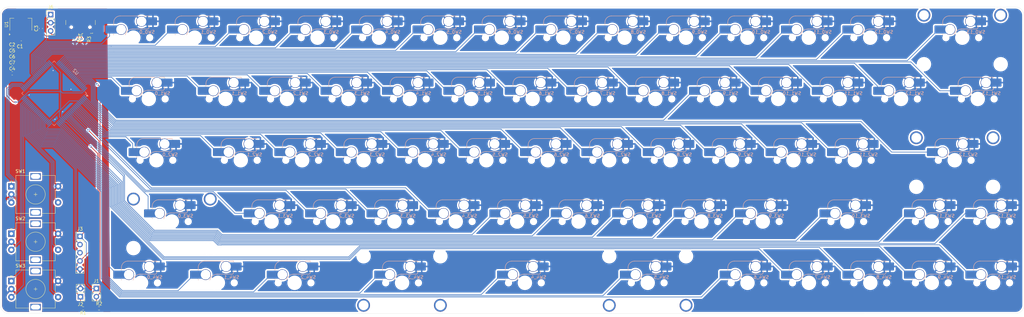
<source format=kicad_pcb>
(kicad_pcb (version 20240108) (generator "pcbnew") (generator_version "8.0")
  (layers (0 "F.Cu" signal) (31 "B.Cu" signal) (34 "B.Paste" user) (35 "F.Paste" user) (36 "B.SilkS" user "B.Silkscreen") (37 "F.SilkS" user "F.Silkscreen") (38 "B.Mask" user) (39 "F.Mask" user) (44 "Edge.Cuts" user))
  (net 0 "")
  (net 1 "GND")
  (net 2 "K0_0")
  (net 3 "K0_1")
  (net 4 "K0_2")
  (net 5 "K0_3")
  (net 6 "K0_4")
  (net 7 "K0_5")
  (net 8 "K0_6")
  (net 9 "K0_7")
  (net 10 "K0_8")
  (net 11 "K0_9")
  (net 12 "K0_10")
  (net 13 "K0_11")
  (net 14 "K0_12")
  (net 15 "K0_13")
  (net 16 "K1_0")
  (net 17 "K1_1")
  (net 18 "K1_2")
  (net 19 "K1_3")
  (net 20 "K1_4")
  (net 21 "K1_5")
  (net 22 "K1_6")
  (net 23 "K1_7")
  (net 24 "K1_8")
  (net 25 "K1_9")
  (net 26 "K1_10")
  (net 27 "K1_11")
  (net 28 "K1_12")
  (net 29 "K1_13")
  (net 30 "K2_0")
  (net 31 "K2_1")
  (net 32 "K2_2")
  (net 33 "K2_3")
  (net 34 "K2_4")
  (net 35 "K2_5")
  (net 36 "K2_6")
  (net 37 "K2_7")
  (net 38 "K2_8")
  (net 39 "K2_9")
  (net 40 "K2_10")
  (net 41 "K2_11")
  (net 42 "K2_12")
  (net 43 "K3_0")
  (net 44 "K3_1")
  (net 45 "K3_2")
  (net 46 "K3_3")
  (net 47 "K3_4")
  (net 48 "K3_5")
  (net 49 "K3_6")
  (net 50 "K3_7")
  (net 51 "K3_8")
  (net 52 "K3_9")
  (net 53 "K3_10")
  (net 54 "K3_11")
  (net 55 "K3_12")
  (net 56 "K4_0")
  (net 57 "K4_1")
  (net 58 "K4_2")
  (net 59 "K4_3")
  (net 60 "K4_4")
  (net 61 "K4_5")
  (net 62 "K4_6")
  (net 63 "K4_7")
  (net 64 "K4_8")
  (net 65 "K4_9")
  (net 66 "K4_10")
  (net 67 "+3V3")
  (net 68 "+5V")
  (net 72 "D_P")
  (net 73 "ENC_B")
  (net 74 "ENC_A")
  (net 75 "RESET")
  (net 77 "SWCLK")
  (net 78 "PA9")
  (net 79 "SWDIO")
  (net 84 "ENC_SW")
  (net 85 "BOOT")
  (net 86 "D_N")
  (net 87 "Net-(J4-CC1)")
  (net 88 "Net-(J4-CC2)")
  (net 91 "ENC_B2")
  (net 92 "ENC_SW2")
  (net 93 "ENC_A2")
  (net 94 "ENC_SW3")
  (net 95 "ENC_B3")
  (net 96 "ENC_A3")
  (footprint "Connector_PinHeader_2.54mm:PinHeader_1x05_P2.54mm_Vertical" (layer "F.Cu") (at 131.41 224.3)
    (property "Reference" "J3")
    (property "Value" "Conn_01x05")
  )
  (footprint "Connector_PinHeader_2.54mm:PinHeader_1x02_P2.54mm_Vertical" (layer "F.Cu") (at 131.550001 243.065 180)
    (property "Reference" "J2")
    (property "Value" "Conn_01x02")
  )
  (footprint "Connector_USB:USB_C_Receptacle_GCT_USB4110" (layer "F.Cu") (at 131.597703 156.705 180)
    (property "Reference" "J4")
    (property "Value" "USB_C_Receptacle_USB2.0_16P")
  )
  (footprint "Resistor_SMD:R_0603_1608Metric" (layer "F.Cu") (at 137.32 246.66)
    (property "Reference" "R2")
    (property "Value" "5.1k")
  )
  (footprint "Connector_PinHeader_2.54mm:PinHeader_1x03_P2.54mm_Vertical" (layer "F.Cu") (at 122.3 155.38)
    (property "Reference" "J6")
    (property "Value" "Conn_01x03")
  )
  (footprint "Capacitor_SMD:C_0603_1608Metric" (layer "F.Cu") (at 110.335 166.1675)
    (property "Reference" "C2")
    (property "Value" "4.7uF")
  )
  (footprint "Capacitor_SMD:C_0603_1608Metric" (layer "F.Cu") (at 119.27 159.7 90)
    (property "Reference" "C3")
    (property "Value" "100nF")
  )
  (footprint "Rotary_Encoder:RotaryEncoder_Alps_EC11E-Switch_Vertical_H20mm" (layer "F.Cu") (at 110.12 208.76)
    (property "Reference" "SW1")
    (property "Value" "RotaryEncoder_Switch")
  )
  (footprint "PCM_marbastlib-mx:STAB_MX_P_2u" (layer "F.Cu") (at 405.13 162.56)
    (property "Reference" "S5" (hide yes))
    (property "Value" "MX_stab")
  )
  (footprint "Capacitor_SMD:C_0603_1608Metric" (layer "F.Cu") (at 110.365 171.7675)
    (property "Reference" "C7")
    (property "Value" "100nF")
  )
  (footprint "PCM_marbastlib-mx:STAB_MX_P_2.25u" (layer "F.Cu") (at 307.51145 238.7346 180)
    (property "Reference" "S3" (hide yes))
    (property "Value" "MX_stab")
  )
  (footprint "Rotary_Encoder:RotaryEncoder_Alps_EC11E-Switch_Vertical_H20mm" (layer "F.Cu") (at 110.12 223.47)
    (property "Reference" "SW2")
    (property "Value" "RotaryEncoder_Switch")
  )
  (footprint "Capacitor_SMD:C_0603_1608Metric" (layer "F.Cu") (at 110.35 169.8975)
    (property "Reference" "C6")
    (property "Value" "100nF")
  )
  (footprint "Resistor_SMD:R_0603_1608Metric" (layer "F.Cu") (at 132.84 163.09 -90)
    (property "Reference" "R3")
    (property "Value" "5.1k")
  )
  (footprint "Rotary_Encoder:RotaryEncoder_Alps_EC11E-Switch_Vertical_H20mm" (layer "F.Cu") (at 110.12 238.17)
    (property "Reference" "SW3")
    (property "Value" "RotaryEncoder_Switch")
  )
  (footprint "PCM_marbastlib-mx:STAB_MX_P_2.25u" (layer "F.Cu") (at 159.9 219.69)
    (property "Reference" "S1" (hide yes))
    (property "Value" "MX_stab")
  )
  (footprint "Resistor_SMD:R_0603_1608Metric" (layer "F.Cu") (at 129.85 163.08 -90)
    (property "Reference" "R4")
    (property "Value" "5.1k")
  )
  (footprint "Capacitor_SMD:C_0603_1608Metric" (layer "F.Cu") (at 110.375 173.6475)
    (property "Reference" "C4")
    (property "Value" "100nF")
  )
  (footprint "PCM_marbastlib-mx:STAB_MX_P_2.25u" (layer "F.Cu") (at 402.77 200.65)
    (property "Reference" "S4" (hide yes))
    (property "Value" "MX_stab")
  )
  (footprint "Capacitor_SMD:C_0603_1608Metric" (layer "F.Cu") (at 113.19 164.07 180)
    (property "Reference" "C1")
    (property "Value" "10uF")
  )
  (footprint "Capacitor_SMD:C_0603_1608Metric" (layer "F.Cu") (at 110.35 168.0275)
    (property "Reference" "C5")
    (property "Value" "100nF")
  )
  (footprint "PCM_marbastlib-mx:STAB_MX_P_2.25u" (layer "F.Cu") (at 231.29875 238.7346 180)
    (property "Reference" "S2" (hide yes))
    (property "Value" "MX_stab")
  )
  (footprint "Connector_PinHeader_2.54mm:PinHeader_1x02_P2.54mm_Vertical" (layer "F.Cu") (at 136.49 240.495)
    (property "Reference" "J1")
    (property "Value" "Conn_01x02")
  )
  (footprint "Package_TO_SOT_SMD:SOT-223-3_TabPin2" (layer "F.Cu") (at 113.076517 158.419017 90)
    (property "Reference" "U1")
    (property "Value" "AMS1117-3.3")
  )
  (footprint "Resistor_SMD:R_0603_1608Metric" (layer "F.Cu") (at 132.38 246.68 180)
    (property "Reference" "R1")
    (property "Value" "5.1k")
  )
  (footprint "PCM_marbastlib-mx:SW_MX_HS_CPG151101S11_1u" (layer "B.Cu") (at 395.64 219.68 180)
    (property "Reference" "SW3_11")
    (property "Value" "1u")
  )
  (footprint "PCM_marbastlib-mx:SW_MX_HS_CPG151101S11_1u" (layer "B.Cu") (at 376.59 238.74 180)
    (property "Reference" "SW4_8")
    (property "Value" "1u")
  )
  (footprint "PCM_marbastlib-mx:SW_MX_HS_CPG151101S11_1u" (layer "B.Cu") (at 290.870376 181.6 180)
    (property "Reference" "SW1_7")
    (property "Value" "1u")
  )
  (footprint "PCM_marbastlib-mx:SW_MX_HS_CPG151101S11_1u" (layer "B.Cu") (at 338.49 238.74 180)
    (property "Reference" "SW4_6")
    (property "Value" "1u")
  )
  (footprint "PCM_marbastlib-mx:SW_MX_HS_CPG151101S11_1u" (layer "B.Cu") (at 233.720376 181.6 180)
    (property "Reference" "SW1_4")
    (property "Value" "1u")
  )
  (footprint "PCM_marbastlib-mx:SW_MX_HS_CPG151101S11_1u" (layer "B.Cu") (at 281.305 162.56 180)
    (property "Reference" "SW0_7")
    (property "Value" "1u")
  )
  (footprint "PCM_marbastlib-mx:SW_MX_HS_CPG151101S11_1u" (layer "B.Cu") (at 309.920376 181.6 180)
    (property "Reference" "SW1_8")
    (property "Value" "1u")
  )
  (footprint "PCM_marbastlib-mx:SW_MX_HS_CPG151101S11_1u" (layer "B.Cu") (at 376.555 162.56 180)
    (property "Reference" "SW0_12")
    (property "Value" "1u")
  )
  (footprint "PCM_marbastlib-mx:SW_MX_HS_CPG151101S11_1u" (layer "B.Cu") (at 314.632 200.65 180)
    (property "Reference" "SW2_8")
    (property "Value" "1u")
  )
  (footprint "PCM_marbastlib-mx:SW_MX_HS_CPG151101S11_1.75u" (layer "B.Cu") (at 155.12 200.65 180)
    (property "Reference" "SW2_0")
    (property "Value" "1.75u")
  )
  (footprint "PCM_marbastlib-mx:SW_MX_HS_CPG151101S11_1u" (layer "B.Cu") (at 333.682 200.65 180)
    (property "Reference" "SW2_9")
    (property "Value" "1u")
  )
  (footprint "PCM_marbastlib-mx:SW_MX_HS_CPG151101S11_1.75u" (layer "B.Cu") (at 369.45 219.7 180)
    (property "Reference" "SW3_10")
    (property "Value" "1.75u")
  )
  (footprint "PCM_marbastlib-mx:SW_MX_HS_CPG151101S11_1u" (layer "B.Cu") (at 348.020376 181.6 180)
    (property "Reference" "SW1_10")
    (property "Value" "1u")
  )
  (footprint "PCM_marbastlib-mx:SW_MX_HS_CPG151101S11_1u" (layer "B.Cu") (at 209.88085 219.69 180)
    (property "Reference" "SW3_2")
    (property "Value" "1u")
  )
  (footprint "PCM_marbastlib-mx:SW_MX_HS_CPG151101S11_1u" (layer "B.Cu") (at 228.93085 219.69 180)
    (property "Reference" "SW3_3")
    (property "Value" "1u")
  )
  (footprint "PCM_marbastlib-mx:SW_MX_HS_CPG151101S11_1u" (layer "B.Cu") (at 307.5274 238.74 180)
    (property "Reference" "SW4_5")
    (property "Value" "2.25u")
  )
  (footprint "PCM_marbastlib-mx:SW_MX_HS_CPG151101S11_1u" (layer "B.Cu") (at 386.120376 181.6 180)
    (property "Reference" "SW1_12")
    (property "Value" "1u")
  )
  (footprint "PCM_marbastlib-mx:SW_MX_HS_CPG151101S11_1.25u" (layer "B.Cu") (at 174.1774 238.74 180)
    (property "Reference" "SW4_1")
    (property "Value" "1.25u")
  )
  (footprint "PCM_marbastlib-mx:SW_MX_HS_CPG151101S11_1u" (layer "B.Cu") (at 167.005 162.56 180)
    (property "Reference" "SW0_1")
    (property "Value" "1u")
  )
  (footprint "PCM_marbastlib-mx:SW_MX_HS_CPG151101S11_1u" (layer "B.Cu") (at 243.205 162.56 180)
    (property "Reference" "SW0_5")
    (property "Value" "1u")
  )
  (footprint "PCM_marbastlib-mx:SW_MX_HS_CPG151101S11_1.5u" (layer "B.Cu") (at 409.92 181.6 180)
    (property "Reference" "SW1_13")
    (property "Value" "1.5u")
  )
  (footprint "PCM_marbastlib-mx:SW_MX_HS_CPG151101S11_1u" (layer "B.Cu") (at 338.455 162.56 180)
    (property "Reference" "SW0_10")
    (property "Value" "1u")
  )
  (footprint "PCM_marbastlib-mx:SW_MX_HS_CPG151101S11_1u" (layer "B.Cu") (at 414.7058 238.7346 180)
    (property "Reference" "SW4_10")
    (property "Value" "1u")
  )
  (footprint "PCM_marbastlib-mx:SW_MX_HS_CPG151101S11_1.75u" (layer "B.Cu") (at 269.4274 238.74 180)
    (property "Reference" "SW4_4")
    (property "Value" "1.75u")
  )
  (footprint "PCM_marbastlib-mx:SW_MX_HS_CPG151101S11_1u" (layer "B.Cu") (at 247.98085 219.69 180)
    (property "Reference" "SW3_4")
    (property "Value" "1u")
  )
  (footprint "PCM_marbastlib-mx:SW_MX_HS_CPG151101S11_1u" (layer "B.Cu") (at 352.732 200.65 180)
    (property "Reference" "SW2_10")
    (property "Value" "1u")
  )
  (footprint "PCM_marbastlib-mx:SW_MX_HS_CPG151101S11_1u" (layer "B.Cu") (at 286.08085 219.69 180)
    (property "Reference" "SW3_6")
    (property "Value" "1u")
  )
  (footprint "PCM_marbastlib-mx:SW_MX_HS_CPG151101S11_1u" (layer "B.Cu") (at 147.955 162.56 180)
    (property "Reference" "SW0_0")
    (property "Value" "1u")
  )
  (footprint "PCM_marbastlib-mx:SW_MX_HS_CPG151101S11_1u" (layer "B.Cu") (at 414.680576 219.6846 180)
    (property "Reference" "SW3_12")
    (property "Value" "1u")
  )
  (footprint "PCM_marbastlib-mx:SW_MX_HS_CPG151101S11_1u" (layer "B.Cu") (at 252.770376 181.6 180)
    (property "Reference" "SW1_5")
    (property "Value" "1u")
  )
  (footprint "PCM_marbastlib-mx:SW_MX_HS_CPG151101S11_1u" (layer "B.Cu") (at 195.620376 181.6 180)
    (property "Reference" "SW1_2")
    (property "Value" "1u")
  )
  (footprint "PCM_marbastlib-mx:SW_MX_HS_CPG151101S11_1u" (layer "B.Cu") (at 343.23085 219.69 180)
    (property "Reference" "SW3_9")
    (property "Value" "1u")
  )
  (footprint "PCM_marbastlib-mx:SW_MX_HS_CPG151101S11_1u" (layer "B.Cu") (at 267.03085 219.69 180)
    (property "Reference" "SW3_5")
    (property "Value" "1u")
  )
  (footprint "PCM_marbastlib-mx:SW_MX_HS_CPG151101S11_1u" (layer "B.Cu") (at 205.105 162.56 180)
    (property "Reference" "SW0_3")
    (property "Value" "1u")
  )
  (footprint "PCM_marbastlib-mx:SW_MX_HS_CPG151101S11_1u" (layer "B.Cu") (at 271.820376 181.6 180)
    (property "Reference" "SW1_6")
    (property "Value" "1u")
  )
  (footprint "PCM_marbastlib-mx:SW_MX_HS_CPG151101S11_1u" (layer "B.Cu") (at 319.405 162.56 180)
    (property "Reference" "SW0_9")
    (property "Value" "1u")
  )
  (footprint "PCM_marbastlib-mx:SW_MX_HS_CPG151101S11_1u" (layer "B.Cu") (at 262.255 162.56 180)
    (property "Reference" "SW0_6")
    (property "Value" "1u")
  )
  (footprint "PCM_marbastlib-mx:SW_MX_HS_CPG151101S11_1u" (layer "B.Cu") (at 300.355 162.56 180)
    (property "Reference" "SW0_8")
    (property "Value" "1u")
  )
  (footprint "PCM_marbastlib-mx:SW_MX_HS_CPG151101S11_1u" (layer "B.Cu") (at 257.482 200.65 180)
    (property "Reference" "SW2_5")
    (property "Value" "1u")
  )
  (footprint "PCM_marbastlib-mx:SW_MX_HS_CPG151101S11_1u" (layer "B.Cu") (at 328.970376 181.6 180)
    (property "Reference" "SW1_9")
    (property "Value" "1u")
  )
  (footprint "PCM_marbastlib-mx:SW_MX_HS_CPG151101S11_1u" (layer "B.Cu") (at 324.18085 219.69 180)
    (property "Reference" "SW3_8")
    (property "Value" "1u")
  )
  (footprint "PCM_marbastlib-mx:SW_MX_HS_CPG151101S11_1u" (layer "B.Cu") (at 305.13085 219.69 180)
    (property "Reference" "SW3_7")
    (property "Value" "1u")
  )
  (footprint "Package_QFP:LQFP-100_14x14mm_P0.5mm" (layer "B.Cu") (at 123.389984 179.852632 135)
    (property "Reference" "U2")
    (property "Value" "STM32F072VBTx")
  )
  (footprint "PCM_marbastlib-mx:SW_MX_HS_CPG151101S11_1u" (layer "B.Cu") (at 402.77 200.65 180)
    (property "Reference" "SW2_12")
    (property "Value" "2.25u")
  )
  (footprint "PCM_marbastlib-mx:SW_MX_HS_CPG151101S11_1u" (layer "B.Cu") (at 214.670376 181.6 180)
    (property "Reference" "SW1_3")
    (property "Value" "1u")
  )
  (footprint "PCM_marbastlib-mx:SW_MX_HS_CPG151101S11_1u" (layer "B.Cu") (at 371.782 200.65 180)
    (property "Reference" "SW2_11")
    (property "Value" "1u")
  )
  (footprint "PCM_marbastlib-mx:SW_MX_HS_CPG151101S11_1u" (layer "B.Cu") (at 367.070376 181.6 180)
    (property "Reference" "SW1_11")
    (property "Value" "1u")
  )
  (footprint "PCM_marbastlib-mx:SW_MX_HS_CPG151101S11_1u" (layer "B.Cu") (at 200.332 200.65 180)
    (property "Reference" "SW2_2")
    (property "Value" "1u")
  )
  (footprint "PCM_marbastlib-mx:SW_MX_HS_CPG151101S11_1u" (layer "B.Cu") (at 238.432 200.65 180)
    (property "Reference" "SW2_4")
    (property "Value" "1u")
  )
  (footprint "PCM_marbastlib-mx:SW_MX_HS_CPG151101S11_1u" (layer "B.Cu") (at 186.055 162.56 180)
    (property "Reference" "SW0_2")
    (property "Value" "1u")
  )
  (footprint "PCM_marbastlib-mx:SW_MX_HS_CPG151101S11_1u" (layer "B.Cu") (at 190.83085 219.69 180)
    (property "Reference" "SW3_1")
    (property "Value" "1u")
  )
  (footprint "PCM_marbastlib-mx:SW_MX_HS_CPG151101S11_1u" (layer "B.Cu") (at 276.532 200.65 180)
    (property "Reference" "SW2_6")
    (property "Value" "1u")
  )
  (footprint "PCM_marbastlib-mx:SW_MX_HS_CPG151101S11_1u" (layer "B.Cu") (at 159.9 219.69 180)
    (property "Reference" "SW3_0")
    (property "Value" "2.25u")
  )
  (footprint "PCM_marbastlib-mx:SW_MX_HS_CPG151101S11_1u" (layer "B.Cu") (at 224.155 162.56 180)
    (property "Reference" "SW0_4")
    (property "Value" "1u")
  )
  (footprint "PCM_marbastlib-mx:SW_MX_HS_CPG151101S11_1u" (layer "B.Cu") (at 295.582 200.65 180)
    (property "Reference" "SW2_7")
    (property "Value" "1u")
  )
  (footprint "PCM_marbastlib-mx:SW_MX_HS_CPG151101S11_1.25u" (layer "B.Cu") (at 197.977024 238.74 180)
    (property "Reference" "SW4_2")
    (property "Value" "1.25u")
  )
  (footprint "PCM_marbastlib-mx:SW_MX_HS_CPG151101S11_1u" (layer "B.Cu") (at 405.13 162.56 180)
    (property "Reference" "SW0_13")
    (property "Value" "2u")
  )
  (footprint "PCM_marbastlib-mx:SW_MX_HS_CPG151101S11_1u" (layer "B.Cu") (at 357.54 238.74 180)
    (property "Reference" "SW4_7")
    (property "Value" "1u")
  )
  (footprint "PCM_marbastlib-mx:SW_MX_HS_CPG151101S11_1.5u" (layer "B.Cu") (at 152.745176 181.6 180)
    (property "Reference" "SW1_0")
    (property "Value" "1.5u")
  )
  (footprint "PCM_marbastlib-mx:SW_MX_HS_CPG151101S11_1u" (layer "B.Cu") (at 219.382 200.65 180)
    (property "Reference" "SW2_3")
    (property "Value" "1u")
  )
  (footprint "PCM_marbastlib-mx:SW_MX_HS_CPG151101S11_1u" (layer "B.Cu") (at 176.570376 181.6 180)
    (property "Reference" "SW1_1")
    (property "Value" "1u")
  )
  (footprint "PCM_marbastlib-mx:SW_MX_HS_CPG151101S11_1u" (layer "B.Cu") (at 395.6558 238.7346 180)
    (property "Reference" "SW4_9")
    (property "Value" "1u")
  )
  (footprint "PCM_marbastlib-mx:SW_MX_HS_CPG151101S11_1.25u" (layer "B.Cu") (at 150.3522 238.74 180)
    (property "Reference" "SW4_0")
    (property "Value" "1.25u")
  )
  (footprint "PCM_marbastlib-mx:SW_MX_HS_CPG151101S11_1u" (layer "B.Cu") (at 231.3274 238.74 180)
    (property "Reference" "SW4_3")
    (property "Value" "2.25u")
  )
  (footprint "PCM_marbastlib-mx:SW_MX_HS_CPG151101S11_1u" (layer "B.Cu") (at 357.505 162.56 180)
    (property "Reference" "SW0_11")
    (property "Value" "1u")
  )
  (footprint "PCM_marbastlib-mx:SW_MX_HS_CPG151101S11_1u" (layer "B.Cu") (at 181.282 200.65 180)
    (property "Reference" "SW2_1")
    (property "Value" "1u")
  )
  (gr_line (start 106.709876 155.595398) (end 106.749706 245.722335) (stroke (width 0.05)) (layer "Edge.Cuts"))
  (gr_line (start 421.619949 153.039004) (end 109.25 153.03) (stroke (width 0.05)) (layer "Edge.Cuts"))
  (gr_line (start 424.235472 245.694477) (end 424.185347 155.579129) (stroke (width 0.05)) (layer "Edge.Cuts"))
  (gr_line (start 109.315104 248.262459) (end 421.695347 248.259875) (stroke (width 0.05)) (layer "Edge.Cuts"))
  (gr_arc (start 109.315104 248.262459) (mid 107.509975 247.52001) (end 106.749706 245.722335) (stroke (width 0.05)) (layer "Edge.Cuts"))
  (gr_arc (start 421.619949 153.039004) (mid 423.425053 153.781464) (end 424.185347 155.579129) (stroke (width 0.05)) (layer "Edge.Cuts"))
  (gr_arc (start 424.235472 245.694477) (mid 423.493012 247.499581) (end 421.695347 248.259875) (stroke (width 0.05)) (layer "Edge.Cuts"))
  (gr_arc (start 106.709876 155.595398) (mid 107.452328 153.790287) (end 109.25 153.03) (stroke (width 0.05)) (layer "Edge.Cuts"))
  (segment (start 127.062703 160.385) (end 126.487703 159.81) (width 0.2) (layer "F.Cu") (net 1))
  (segment (start 111.49 164.07) (end 112.415 164.07) (width 0.2) (layer "F.Cu") (net 1))
  (segment (start 134.797703 160.385) (end 136.132703 160.385) (width 0.2) (layer "F.Cu") (net 1))
  (segment (start 128.397703 160.385) (end 127.062703 160.385) (width 0.2) (layer "F.Cu") (net 1))
  (segment (start 136.132703 160.385) (end 136.707703 159.81) (width 0.2) (layer "F.Cu") (net 1))
  (segment (start 110.776517 163.356517) (end 111.49 164.07) (width 0.2) (layer "F.Cu") (net 1))
  (segment (start 110.776517 161.569017) (end 110.776517 163.356517) (width 0.2) (layer "F.Cu") (net 1))
  (via (at 123.07 172.78) (size 0.6) (drill 0.3) (layers "F.Cu" "B.Cu") (net 1))
  (via (at 123.64 187.9) (size 0.6) (drill 0.3) (layers "F.Cu" "B.Cu") (net 1))
  (via (at 126.035 185.555) (size 0.6) (drill 0.3) (layers "F.Cu" "B.Cu") (net 1))
  (via (at 115.63 180.36) (size 0.6) (drill 0.3) (layers "F.Cu" "B.Cu") (net 1))
  (via (at 128.6 178.59) (size 0.6) (drill 0.3) (layers "F.Cu" "B.Cu") (net 1))
  (segment (start 125.753553 185.836447) (end 125.753553 187.165948) (width 0.2) (layer "B.Cu") (net 1))
  (segment (start 115.104441 180.36) (end 114.073852 181.390589) (width 0.2) (layer "B.Cu") (net 1))
  (segment (start 123.64 187.9) (end 123.120791 187.9) (width 0.2) (layer "B.Cu") (net 1))
  (segment (start 123.07 171.754473) (end 121.852027 170.5365) (width 0.2) (layer "B.Cu") (net 1))
  (segment (start 115.63 180.36) (end 115.104441 180.36) (width 0.2) (layer "B.Cu") (net 1))
  (segment (start 125.753553 187.165948) (end 126.342155 187.75455) (width 0.2) (layer "B.Cu") (net 1))
  (segment (start 126.035 185.555) (end 125.753553 185.836447) (width 0.2) (layer "B.Cu") (net 1))
  (segment (start 123.120791 187.9) (end 121.852027 189.168764) (width 0.2) (layer "B.Cu") (net 1))
  (segment (start 131.850791 179.17) (end 132.706116 178.314675) (width 0.2) (layer "B.Cu") (net 1))
  (segment (start 128.6 178.59) (end 129.18 179.17) (width 0.2) (layer "B.Cu") (net 1))
  (segment (start 123.07 172.78) (end 123.07 171.754473) (width 0.2) (layer "B.Cu") (net 1))
  (segment (start 129.18 179.17) (end 131.850791 179.17) (width 0.2) (layer "B.Cu") (net 1))
  (segment (start 140.595 162.055) (end 138.1461 164.5039) (width 0.2) (layer "B.Cu") (net 2))
  (segment (start 117.54 168.364517) (end 117.54 172.588435) (width 0.2) (layer "B.Cu") (net 2))
  (segment (start 138.1461 164.5039) (end 121.400615 164.5039) (width 0.2) (layer "B.Cu") (net 2))
  (segment (start 117.54 172.588435) (end 118.670046 173.718481) (width 0.2) (layer "B.Cu") (net 2))
  (segment (start 140.595 160.02) (end 140.595 162.055) (width 0.2) (layer "B.Cu") (net 2))
  (segment (start 121.400615 164.5039) (end 117.54 168.364517) (width 0.2) (layer "B.Cu") (net 2))
  (segment (start 154.7611 164.9039) (end 121.566301 164.9039) (width 0.2) (layer "B.Cu") (net 3))
  (segment (start 117.94 168.530202) (end 117.94 172.281327) (width 0.2) (layer "B.Cu") (net 3))
  (segment (start 117.94 172.281327) (end 119.0236 173.364927) (width 0.2) (layer "B.Cu") (net 3))
  (segment (start 159.645 160.02) (end 154.7611 164.9039) (width 0.2) (layer "B.Cu") (net 3))
  (segment (start 121.566301 164.9039) (end 117.94 168.530202) (width 0.2) (layer "B.Cu") (net 3))
  (segment (start 178.695 160.02) (end 173.405 165.31) (width 0.2) (layer "B.Cu") (net 4))
  (segment (start 118.34 168.695887) (end 118.34 171.974221) (width 0.2) (layer "B.Cu") (net 4))
  (segment (start 118.34 171.974221) (end 119.377153 173.011374) (width 0.2) (layer "B.Cu") (net 4))
  (segment (start 141.11 165.31) (end 141.1039 165.3039) (width 0.2) (layer "B.Cu") (net 4))
  (segment (start 141.1039 165.3039) (end 121.731987 165.3039) (width 0.2) (layer "B.Cu") (net 4))
  (segment (start 173.405 165.31) (end 141.11 165.31) (width 0.2) (layer "B.Cu") (net 4))
  (segment (start 121.731987 165.3039) (end 118.34 168.695887) (width 0.2) (layer "B.Cu") (net 4))
  (segment (start 192.055 165.71) (end 121.89157 165.71) (width 0.2) (layer "B.Cu") (net 5))
  (segment (start 197.745 160.02) (end 192.055 165.71) (width 0.2) (layer "B.Cu") (net 5))
  (segment (start 118.74 171.667115) (end 119.730706 172.657821) (width 0.2) (layer "B.Cu") (net 5))
  (segment (start 118.74 168.861572) (end 118.74 171.667115) (width 0.2) (layer "B.Cu") (net 5))
  (segment (start 121.89157 165.71) (end 118.74 168.861572) (width 0.2) (layer "B.Cu") (net 5))
  (segment (start 119.14 169.027257) (end 119.14 171.360007) (width 0.2) (layer "B.Cu") (net 6))
  (segment (start 216.795 160.02) (end 210.705 166.11) (width 0.2) (layer "B.Cu") (net 6))
  (segment (start 119.14 171.360007) (end 120.08426 172.304267) (width 0.2) (layer "B.Cu") (net 6))
  (segment (start 210.705 166.11) (end 122.057256 166.11) (width 0.2) (layer "B.Cu") (net 6))
  (segment (start 122.057256 166.11) (end 119.14 169.027257) (width 0.2) (layer "B.Cu") (net 6))
  (segment (start 235.845 160.02) (end 229.355 166.51) (width 0.2) (layer "B.Cu") (net 7))
  (segment (start 119.54 169.192942) (end 119.54 171.052901) (width 0.2) (layer "B.Cu") (net 7))
  (segment (start 229.355 166.51) (end 122.222942 166.51) (width 0.2) (layer "B.Cu") (net 7))
  (segment (start 122.222942 166.51) (end 119.54 169.192942) (width 0.2) (layer "B.Cu") (net 7))
  (segment (start 119.54 171.052901) (end 120.437813 171.950714) (width 0.2) (layer "B.Cu") (net 7))
  (segment (start 119.94 170.745793) (end 119.94 169.358628) (width 0.2) (layer "B.Cu") (net 8))
  (segment (start 141.88 166.91) (end 123.56 166.91) (width 0.2) (layer "B.Cu") (net 8))
  (segment (start 122.388628 166.91) (end 123.56 166.91) (width 0.2) (layer "B.Cu") (net 8))
  (segment (start 119.94 169.358628) (end 122.388628 166.91) (width 0.2) (layer "B.Cu") (net 8))
  (segment (start 120.791367 171.59716) (end 119.94 170.745793) (width 0.2) (layer "B.Cu") (net 8))
  (segment (start 254.895 160.02) (end 248.005 166.91) (width 0.2) (layer "B.Cu") (net 8))
  (segment (start 248.005 166.91) (end 141.88 166.91) (width 0.2) (layer "B.Cu") (net 8))
  (segment (start 120.34 169.524314) (end 122.554315 167.31) (width 0.2) (layer "B.Cu") (net 9))
  (segment (start 120.34 170.438687) (end 120.34 169.524314) (width 0.2) (layer "B.Cu") (net 9))
  (segment (start 122.554315 167.31) (end 266.655 167.31) (width 0.2) (layer "B.Cu") (net 9))
  (segment (start 121.14492 171.243607) (end 120.34 170.438687) (width 0.2) (layer "B.Cu") (net 9))
  (segment (start 266.655 167.31) (end 273.945 160.02) (width 0.2) (layer "B.Cu") (net 9))
  (segment (start 121.498473 170.890054) (end 120.74 170.131581) (width 0.2) (layer "B.Cu") (net 10))
  (segment (start 120.74 169.69) (end 122.72 167.71) (width 0.2) (layer "B.Cu") (net 10))
  (segment (start 285.305 167.71) (end 292.995 160.02) (width 0.2) (layer "B.Cu") (net 10))
  (segment (start 122.72 167.71) (end 285.305 167.71) (width 0.2) (layer "B.Cu") (net 10))
  (segment (start 120.74 170.131581) (end 120.74 169.69) (width 0.2) (layer "B.Cu") (net 10))
  (segment (start 126.63 168.11) (end 303.955 168.11) (width 0.2) (layer "B.Cu") (net 11))
  (segment (start 124.574388 170.165612) (end 126.63 168.11) (width 0.2) (layer "B.Cu") (net 11))
  (segment (start 303.955 168.11) (end 312.045 160.02) (width 0.2) (layer "B.Cu") (net 11))
  (segment (start 124.574388 170.182947) (end 124.574388 170.165612) (width 0.2) (layer "B.Cu") (net 11))
  (segment (start 124.927941 170.5365) (end 126.954441 168.51) (width 0.2) (layer "B.Cu") (net 12))
  (segment (start 126.954441 168.51) (end 322.605 168.51) (width 0.2) (layer "B.Cu") (net 12))
  (segment (start 322.605 168.51) (end 331.095 160.02) (width 0.2) (layer "B.Cu") (net 12))
  (segment (start 125.281495 170.858505) (end 127.23 168.91) (width 0.2) (layer "B.Cu") (net 13))
  (segment (start 127.23 168.91) (end 341.255 168.91) (width 0.2) (layer "B.Cu") (net 13))
  (segment (start 341.255 168.91) (end 350.145 160.02) (width 0.2) (layer "B.Cu") (net 13))
  (segment (start 125.281495 170.890054) (end 125.281495 170.858505) (width 0.2) (layer "B.Cu") (net 13))
  (segment (start 125.635048 171.243607) (end 125.635048 171.172897) (width 0.2) (layer "B.Cu") (net 14))
  (segment (start 127.497945 169.31) (end 359.905 169.31) (width 0.2) (layer "B.Cu") (net 14))
  (segment (start 359.905 169.31) (end 369.195 160.02) (width 0.2) (layer "B.Cu") (net 14))
  (segment (start 125.635048 171.172897) (end 127.497945 169.31) (width 0.2) (layer "B.Cu") (net 14))
  (segment (start 388.08 169.71) (end 397.77 160.02) (width 0.2) (layer "B.Cu") (net 15))
  (segment (start 125.988601 171.59716) (end 125.988601 171.52645) (width 0.2) (layer "B.Cu") (net 15))
  (segment (start 125.988601 171.52645) (end 127.805051 169.71) (width 0.2) (layer "B.Cu") (net 15))
  (segment (start 127.805051 169.71) (end 388.08 169.71) (width 0.2) (layer "B.Cu") (net 15))
  (segment (start 145.385176 179.055176) (end 145.385176 179.06) (width 0.2) (layer "B.Cu") (net 16))
  (segment (start 131.868149 174.91) (end 141.24 174.91) (width 0.2) (layer "B.Cu") (net 16))
  (segment (start 130.584795 176.193354) (end 131.868149 174.91) (width 0.2) (layer "B.Cu") (net 16))
  (segment (start 141.24 174.91) (end 145.385176 179.055176) (width 0.2) (layer "B.Cu") (net 16))
  (segment (start 130.231242 175.839801) (end 131.561043 174.51) (width 0.2) (layer "B.Cu") (net 17))
  (segment (start 131.561043 174.51) (end 164.660376 174.51) (width 0.2) (layer "B.Cu") (net 17))
  (segment (start 164.660376 174.51) (end 169.210376 179.06) (width 0.2) (layer "B.Cu") (net 17))
  (segment (start 183.310376 174.11) (end 188.260376 179.06) (width 0.2) (layer "B.Cu") (net 18))
  (segment (start 131.253937 174.11) (end 183.310376 174.11) (width 0.2) (layer "B.Cu") (net 18))
  (segment (start 129.877689 175.486248) (end 131.253937 174.11) (width 0.2) (layer "B.Cu") (net 18))
  (segment (start 129.524135 175.132694) (end 130.946829 173.71) (width 0.2) (layer "B.Cu") (net 19))
  (segment (start 201.960376 173.71) (end 207.310376 179.06) (width 0.2) (layer "B.Cu") (net 19))
  (segment (start 130.946829 173.71) (end 201.960376 173.71) (width 0.2) (layer "B.Cu") (net 19))
  (segment (start 220.610376 173.31) (end 226.360376 179.06) (width 0.2) (layer "B.Cu") (net 20))
  (segment (start 130.639723 173.31) (end 220.610376 173.31) (width 0.2) (layer "B.Cu") (net 20))
  (segment (start 129.170582 174.779141) (end 130.639723 173.31) (width 0.2) (layer "B.Cu") (net 20))
  (segment (start 130.332616 172.91) (end 239.01012 172.91) (width 0.2) (layer "B.Cu") (net 21))
  (segment (start 239.01012 172.91) (end 245.16012 179.06) (width 0.2) (layer "B.Cu") (net 21))
  (segment (start 245.16012 179.06) (end 245.410376 179.06) (width 0.2) (layer "B.Cu") (net 21))
  (segment (start 128.817029 174.425587) (end 130.332616 172.91) (width 0.2) (layer "B.Cu") (net 21))
  (segment (start 128.463475 174.072034) (end 130.025509 172.51) (width 0.2) (layer "B.Cu") (net 22))
  (segment (start 130.025509 172.51) (end 257.66012 172.51) (width 0.2) (layer "B.Cu") (net 22))
  (segment (start 264.21012 179.06) (end 264.460376 179.06) (width 0.2) (layer "B.Cu") (net 22))
  (segment (start 257.66012 172.51) (end 264.21012 179.06) (width 0.2) (layer "B.Cu") (net 22))
  (segment (start 276.560376 172.11) (end 283.510376 179.06) (width 0.2) (layer "B.Cu") (net 23))
  (segment (start 128.109922 173.718481) (end 129.718403 172.11) (width 0.2) (layer "B.Cu") (net 23))
  (segment (start 129.718403 172.11) (end 276.560376 172.11) (width 0.2) (layer "B.Cu") (net 23))
  (segment (start 127.756368 173.364927) (end 129.411295 171.71) (width 0.2) (layer "B.Cu") (net 24))
  (segment (start 295.210376 171.71) (end 302.560376 179.06) (width 0.2) (layer "B.Cu") (net 24))
  (segment (start 129.411295 171.71) (end 295.210376 171.71) (width 0.2) (layer "B.Cu") (net 24))
  (segment (start 134.857058 175.71) (end 132.482363 175.71) (width 0.2) (layer "B.Cu") (net 25))
  (segment (start 312.480376 188.19) (end 142.475377 188.19) (width 0.2) (layer "B.Cu") (net 25))
  (segment (start 136.13 181.844623) (end 136.13 176.982945) (width 0.2) (layer "B.Cu") (net 25))
  (segment (start 132.482363 175.71) (end 131.291902 176.900461) (width 0.2) (layer "B.Cu") (net 25))
  (segment (start 142.475377 188.19) (end 136.13 181.844623) (width 0.2) (layer "B.Cu") (net 25))
  (segment (start 136.13 176.982945) (end 134.857058 175.71) (width 0.2) (layer "B.Cu") (net 25))
  (segment (start 321.610376 179.06) (end 312.480376 188.19) (width 0.2) (layer "B.Cu") (net 25))
  (segment (start 127.402815 173.011374) (end 129.104189 171.31) (width 0.2) (layer "B.Cu") (net 26))
  (segment (start 332.910376 171.31) (end 340.660376 179.06) (width 0.2) (layer "B.Cu") (net 26))
  (segment (start 129.104189 171.31) (end 332.910376 171.31) (width 0.2) (layer "B.Cu") (net 26))
  (segment (start 127.049262 172.657821) (end 128.797083 170.91) (width 0.2) (layer "B.Cu") (net 27))
  (segment (start 128.797083 170.91) (end 351.31012 170.91) (width 0.2) (layer "B.Cu") (net 27))
  (segment (start 359.46012 179.06) (end 359.710376 179.06) (width 0.2) (layer "B.Cu") (net 27))
  (segment (start 351.31012 170.91) (end 359.46012 179.06) (width 0.2) (layer "B.Cu") (net 27))
  (segment (start 371.7 170.51) (end 378.760376 177.570376) (width 0.2) (layer "B.Cu") (net 28))
  (segment (start 128.489975 170.51) (end 371.7 170.51) (width 0.2) (layer "B.Cu") (net 28))
  (segment (start 378.760376 177.570376) (end 378.760376 179.06) (width 0.2) (layer "B.Cu") (net 28))
  (segment (start 126.695708 172.304267) (end 128.489975 170.51) (width 0.2) (layer "B.Cu") (net 28))
  (segment (start 128.182869 170.11) (end 389.203975 170.11) (width 0.2) (layer "B.Cu") (net 29))
  (segment (start 398.153975 179.06) (end 402.56 179.06) (width 0.2) (layer "B.Cu") (net 29))
  (segment (start 126.342155 171.950714) (end 128.182869 170.11) (width 0.2) (layer "B.Cu") (net 29))
  (segment (start 389.203975 170.11) (end 398.153975 179.06) (width 0.2) (layer "B.Cu") (net 29))
  (segment (start 145.67 193.39) (end 138.341565 193.39) (width 0.2) (layer "B.Cu") (net 30))
  (segment (start 147.76 198.11) (end 147.76 195.48) (width 0.2) (layer "B.Cu") (net 30))
  (segment (start 138.341565 193.39) (end 129.524135 184.57257) (width 0.2) (layer "B.Cu") (net 30))
  (segment (start 147.76 195.48) (end 145.67 193.39) (width 0.2) (layer "B.Cu") (net 30))
  (segment (start 138.648673 192.99) (end 129.877689 184.219016) (width 0.2) (layer "B.Cu") (net 31))
  (segment (start 168.802 192.99) (end 138.648673 192.99) (width 0.2) (layer "B.Cu") (net 31))
  (segment (start 173.922 198.11) (end 168.802 192.99) (width 0.2) (layer "B.Cu") (net 31))
  (segment (start 192.972 198.11) (end 187.452 192.59) (width 0.2) (layer "B.Cu") (net 32))
  (segment (start 187.452 192.59) (end 138.955779 192.59) (width 0.2) (layer "B.Cu") (net 32))
  (segment (start 138.955779 192.59) (end 130.231242 183.865463) (width 0.2) (layer "B.Cu") (net 32))
  (segment (start 206.102 192.19) (end 139.262885 192.19) (width 0.2) (layer "B.Cu") (net 33))
  (segment (start 212.022 198.11) (end 206.102 192.19) (width 0.2) (layer "B.Cu") (net 33))
  (segment (start 139.262885 192.19) (end 130.584795 183.51191) (width 0.2) (layer "B.Cu") (net 33))
  (segment (start 224.752 191.79) (end 139.569993 191.79) (width 0.2) (layer "B.Cu") (net 34))
  (segment (start 139.569993 191.79) (end 130.938349 183.158356) (width 0.2) (layer "B.Cu") (net 34))
  (segment (start 231.072 198.11) (end 224.752 191.79) (width 0.2) (layer "B.Cu") (net 34))
  (segment (start 250.122 198.11) (end 243.402 191.39) (width 0.2) (layer "B.Cu") (net 35))
  (segment (start 243.402 191.39) (end 140.584207 191.39) (width 0.2) (layer "B.Cu") (net 35))
  (segment (start 140.584207 191.39) (end 131.645456 182.451249) (width 0.2) (layer "B.Cu") (net 35))
  (segment (start 140.891313 190.99) (end 131.999009 182.097696) (width 0.2) (layer "B.Cu") (net 36))
  (segment (start 262.052 190.99) (end 140.891313 190.99) (width 0.2) (layer "B.Cu") (net 36))
  (segment (start 269.172 198.11) (end 262.052 190.99) (width 0.2) (layer "B.Cu") (net 36))
  (segment (start 280.451744 190.59) (end 141.198419 190.59) (width 0.2) (layer "B.Cu") (net 37))
  (segment (start 287.971744 198.11) (end 280.451744 190.59) (width 0.2) (layer "B.Cu") (net 37))
  (segment (start 141.198419 190.59) (end 132.352562 181.744143) (width 0.2) (layer "B.Cu") (net 37))
  (segment (start 288.222 198.11) (end 287.971744 198.11) (width 0.2) (layer "B.Cu") (net 37))
  (segment (start 299.352 190.19) (end 307.272 198.11) (width 0.2) (layer "B.Cu") (net 38))
  (segment (start 132.706116 181.390589) (end 141.505527 190.19) (width 0.2) (layer "B.Cu") (net 38))
  (segment (start 141.505527 190.19) (end 299.352 190.19) (width 0.2) (layer "B.Cu") (net 38))
  (segment (start 141.812633 189.79) (end 317.751744 189.79) (width 0.2) (layer "B.Cu") (net 39))
  (segment (start 317.751744 189.79) (end 326.071744 198.11) (width 0.2) (layer "B.Cu") (net 39))
  (segment (start 133.059669 181.037036) (end 141.812633 189.79) (width 0.2) (layer "B.Cu") (net 39))
  (segment (start 326.071744 198.11) (end 326.322 198.11) (width 0.2) (layer "B.Cu") (net 39))
  (segment (start 134.93 182.341681) (end 141.978319 189.39) (width 0.2) (layer "B.Cu") (net 40))
  (segment (start 134.93 177.48) (end 134.93 182.341681) (width 0.2) (layer "B.Cu") (net 40))
  (segment (start 134.36 176.91) (end 134.93 177.48) (width 0.2) (layer "B.Cu") (net 40))
  (segment (start 132.352562 177.961121) (end 133.403683 176.91) (width 0.2) (layer "B.Cu") (net 40))
  (segment (start 133.403683 176.91) (end 134.36 176.91) (width 0.2) (layer "B.Cu") (net 40))
  (segment (start 141.978319 189.39) (end 336.652 189.39) (width 0.2) (layer "B.Cu") (net 40))
  (segment (start 336.652 189.39) (end 345.372 198.11) (width 0.2) (layer "B.Cu") (net 40))
  (segment (start 142.144005 188.99) (end 355.302 188.99) (width 0.2) (layer "B.Cu") (net 41))
  (segment (start 131.999009 177.607568) (end 133.096577 176.51) (width 0.2) (layer "B.Cu") (net 41))
  (segment (start 355.302 188.99) (end 364.422 198.11) (width 0.2) (layer "B.Cu") (net 41))
  (segment (start 135.33 177.314315) (end 135.33 182.175995) (width 0.2) (layer "B.Cu") (net 41))
  (segment (start 135.33 182.175995) (end 142.144005 188.99) (width 0.2) (layer "B.Cu") (net 41))
  (segment (start 134.525686 176.51) (end 135.33 177.314315) (width 0.2) (layer "B.Cu") (net 41))
  (segment (start 133.096577 176.51) (end 134.525686 176.51) (width 0.2) (layer "B.Cu") (net 41))
  (segment (start 131.645456 177.254015) (end 132.789471 176.11) (width 0.2) (layer "B.Cu") (net 42))
  (segment (start 373.701744 188.59) (end 383.221744 198.11) (width 0.2) (layer "B.Cu") (net 42))
  (segment (start 383.221744 198.11) (end 395.41 198.11) (width 0.2) (layer "B.Cu") (net 42))
  (segment (start 135.73 182.010309) (end 142.309691 188.59) (width 0.2) (layer "B.Cu") (net 42))
  (segment (start 142.309691 188.59) (end 373.701744 188.59) (width 0.2) (layer "B.Cu") (net 42))
  (segment (start 132.789471 176.11) (end 134.691372 176.11) (width 0.2) (layer "B.Cu") (net 42))
  (segment (start 134.691372 176.11) (end 135.73 177.14863) (width 0.2) (layer "B.Cu") (net 42))
  (segment (start 135.73 177.14863) (end 135.73 182.010309) (width 0.2) (layer "B.Cu") (net 42))
  (segment (start 152.54 211.831075) (end 151.513925 210.805) (width 0.2) (layer "B.Cu") (net 43))
  (segment (start 151.513925 210.805) (end 151.473628 210.805) (width 0.2) (layer "B.Cu") (net 43))
  (segment (start 151.473628 210.805) (end 128.08431 187.415682) (width 0.2) (layer "B.Cu") (net 43))
  (segment (start 128.08431 187.415682) (end 128.08431 187.375385) (width 0.2) (layer "B.Cu") (net 43))
  (segment (start 128.08431 187.375385) (end 127.402815 186.69389) (width 0.2) (layer "B.Cu") (net 43))
  (segment (start 152.54 217.15) (end 152.54 211.831075) (width 0.2) (layer "B.Cu") (net 43))
  (segment (start 172.758942 210.405) (end 151.639314 210.405) (width 0.2) (layer "B.Cu") (net 44))
  (segment (start 128.48431 187.068279) (end 127.756368 186.340337) (width 0.2) (layer "B.Cu") (net 44))
  (segment (start 151.639314 210.405) (end 128.48431 187.249996) (width 0.2) (layer "B.Cu") (net 44))
  (segment (start 179.503942 217.15) (end 172.758942 210.405) (width 0.2) (layer "B.Cu") (net 44))
  (segment (start 128.48431 187.249996) (end 128.48431 187.068279) (width 0.2) (layer "B.Cu") (net 44))
  (segment (start 183.47085 217.15) (end 179.503942 217.15) (width 0.2) (layer "B.Cu") (net 44))
  (segment (start 195.37585 210.005) (end 151.805 210.005) (width 0.2) (layer "B.Cu") (net 45))
  (segment (start 128.88431 186.761171) (end 128.109922 185.986783) (width 0.2) (layer "B.Cu") (net 45))
  (segment (start 202.52085 217.15) (end 195.37585 210.005) (width 0.2) (layer "B.Cu") (net 45))
  (segment (start 128.88431 187.08431) (end 128.88431 186.761171) (width 0.2) (layer "B.Cu") (net 45))
  (segment (start 151.805 210.005) (end 128.88431 187.08431) (width 0.2) (layer "B.Cu") (net 45))
  (segment (start 153.142352 209.605) (end 128.817029 185.279677) (width 0.2) (layer "B.Cu") (net 46))
  (segment (start 221.43 217.15) (end 213.885 209.605) (width 0.2) (layer "B.Cu") (net 46))
  (segment (start 213.885 209.605) (end 153.142352 209.605) (width 0.2) (layer "B.Cu") (net 46))
  (segment (start 221.57085 217.15) (end 221.43 217.15) (width 0.2) (layer "B.Cu") (net 46))
  (segment (start 240.370594 217.15) (end 232.425594 209.205) (width 0.2) (layer "B.Cu") (net 47))
  (segment (start 153.495 209.205) (end 129.78 185.49) (width 0.2) (layer "B.Cu") (net 47))
  (segment (start 240.62085 217.15) (end 240.370594 217.15) (width 0.2) (layer "B.Cu") (net 47))
  (segment (start 232.425594 209.205) (end 153.495 209.205) (width 0.2) (layer "B.Cu") (net 47))
  (segment (start 174.10261 222.4011) (end 175.437212 223.7357) (width 0.2) (layer "B.Cu") (net 48))
  (segment (start 127.049262 187.047443) (end 145.24 205.238181) (width 0.2) (layer "B.Cu") (net 48))
  (segment (start 154.437158 222.4011) (end 174.10261 222.4011) (width 0.2) (layer "B.Cu") (net 48))
  (segment (start 145.24 205.238181) (end 145.24 213.203942) (width 0.2) (layer "B.Cu") (net 48))
  (segment (start 145.24 213.203942) (end 154.437158 222.4011) (width 0.2) (layer "B.Cu") (net 48))
  (segment (start 253.08515 223.7357) (end 259.67085 217.15) (width 0.2) (layer "B.Cu") (net 48))
  (segment (start 175.437212 223.7357) (end 253.08515 223.7357) (width 0.2) (layer "B.Cu") (net 48))
  (segment (start 144.84 213.39) (end 154.2511 222.8011) (width 0.2) (layer "B.Cu") (net 49))
  (segment (start 271.73515 224.1357) (end 278.72085 217.15) (width 0.2) (layer "B.Cu") (net 49))
  (segment (start 175.271527 224.1357) (end 271.73515 224.1357) (width 0.2) (layer "B.Cu") (net 49))
  (segment (start 144.84 205.545289) (end 144.84 213.39) (width 0.2) (layer "B.Cu") (net 49))
  (segment (start 154.2511 222.8011) (end 173.93692 222.8011) (width 0.2) (layer "B.Cu") (net 49))
  (segment (start 173.93692 222.8011) (end 175.271527 224.1357) (width 0.2) (layer "B.Cu") (net 49))
  (segment (start 126.695708 187.400997) (end 144.84 205.545289) (width 0.2) (layer "B.Cu") (net 49))
  (segment (start 144.44 207.266609) (end 144.44 213.59) (width 0.2) (layer "B.Cu") (net 50))
  (segment (start 173.771235 223.2011) (end 175.105841 224.5357) (width 0.2) (layer "B.Cu") (net 50))
  (segment (start 154.0511 223.2011) (end 173.771235 223.2011) (width 0.2) (layer "B.Cu") (net 50))
  (segment (start 125.635048 188.461657) (end 144.44 207.266609) (width 0.2) (layer "B.Cu") (net 50))
  (segment (start 144.44 213.59) (end 154.0511 223.2011) (width 0.2) (layer "B.Cu") (net 50))
  (segment (start 290.38515 224.5357) (end 297.77085 217.15) (width 0.2) (layer "B.Cu") (net 50))
  (segment (start 175.105841 224.5357) (end 290.38515 224.5357) (width 0.2) (layer "B.Cu") (net 50))
  (segment (start 174.940155 224.9357) (end 173.60555 223.6011) (width 0.2) (layer "B.Cu") (net 51))
  (segment (start 144.04 207.573715) (end 144.04 213.755686) (width 0.2) (layer "B.Cu") (net 51))
  (segment (start 144.04 213.755686) (end 145.742157 215.457843) (width 0.2) (layer "B.Cu") (net 51))
  (segment (start 309.03515 224.9357) (end 174.940155 224.9357) (width 0.2) (layer "B.Cu") (net 51))
  (segment (start 316.82085 217.15) (end 309.03515 224.9357) (width 0.2) (layer "B.Cu") (net 51))
  (segment (start 173.60555 223.6011) (end 153.885414 223.6011) (width 0.2) (layer "B.Cu") (net 51))
  (segment (start 125.281495 188.81521) (end 144.04 207.573715) (width 0.2) (layer "B.Cu") (net 51))
  (segment (start 153.885414 223.6011) (end 145.742157 215.457843) (width 0.2) (layer "B.Cu") (net 51))
  (segment (start 174.774469 225.3357) (end 173.439865 224.0011) (width 0.2) (layer "B.Cu") (net 52))
  (segment (start 124.927941 189.168764) (end 143.64 207.880823) (width 0.2) (layer "B.Cu") (net 52))
  (segment (start 153.719728 224.0011) (end 152.854314 223.135686) (width 0.2) (layer "B.Cu") (net 52))
  (segment (start 335.87085 217.15) (end 327.68515 225.3357) (width 0.2) (layer "B.Cu") (net 52))
  (segment (start 173.439865 224.0011) (end 153.719728 224.0011) (width 0.2) (layer "B.Cu") (net 52))
  (segment (start 143.64 213.921372) (end 152.854314 223.135686) (width 0.2) (layer "B.Cu") (net 52))
  (segment (start 143.64 207.880823) (end 143.64 213.921372) (width 0.2) (layer "B.Cu") (net 52))
  (segment (start 327.68515 225.3357) (end 174.774469 225.3357) (width 0.2) (layer "B.Cu") (net 52))
  (segment (start 174.608783 225.7357) (end 173.274183 224.4011) (width 0.2) (layer "B.Cu") (net 53))
  (segment (start 362.09 217.16) (end 353.5143 225.7357) (width 0.2) (layer "B.Cu") (net 53))
  (segment (start 153.554042 224.4011) (end 143.24 214.087057) (width 0.2) (layer "B.Cu") (net 53))
  (segment (start 143.24 214.087057) (end 143.24 208.187929) (width 0.2) (layer "B.Cu") (net 53))
  (segment (start 173.274183 224.4011) (end 153.554042 224.4011) (width 0.2) (layer "B.Cu") (net 53))
  (segment (start 143.24 208.187929) (end 124.574388 189.522317) (width 0.2) (layer "B.Cu") (net 53))
  (segment (start 353.5143 225.7357) (end 174.608783 225.7357) (width 0.2) (layer "B.Cu") (net 53))
  (segment (start 142.84 214.27) (end 142.84 208.353615) (width 0.2) (layer "B.Cu") (net 54))
  (segment (start 153.3711 224.8011) (end 142.84 214.27) (width 0.2) (layer "B.Cu") (net 54))
  (segment (start 121.64 190.9) (end 121.36 190.62) (width 0.2) (layer "B.Cu") (net 54))
  (segment (start 125.386385 190.9) (end 121.64 190.9) (width 0.2) (layer "B.Cu") (net 54))
  (segment (start 174.443097 226.1357) (end 173.108495 224.8011) (width 0.2) (layer "B.Cu") (net 54))
  (segment (start 379.2843 226.1357) (end 174.443097 226.1357) (width 0.2) (layer "B.Cu") (net 54))
  (segment (start 388.28 217.14) (end 379.2843 226.1357) (width 0.2) (layer "B.Cu") (net 54))
  (segment (start 121.36 190.367897) (end 122.20558 189.522317) (width 0.2) (layer "B.Cu") (net 54))
  (segment (start 142.84 208.353615) (end 125.386385 190.9) (width 0.2) (layer "B.Cu") (net 54))
  (segment (start 121.36 190.62) (end 121.36 190.367897) (width 0.2) (layer "B.Cu") (net 54))
  (segment (start 173.108495 224.8011) (end 153.3711 224.8011) (width 0.2) (layer "B.Cu") (net 54))
  (segment (start 174.277411 226.5357) (end 396.654476 226.5357) (width 0.2) (layer "B.Cu") (net 55))
  (segment (start 120.556318 189.050259) (end 120.556318 190.382004) (width 0.2) (layer "B.Cu") (net 55))
  (segment (start 121.474314 191.3) (end 125.220699 191.3) (width 0.2) (layer "B.Cu") (net 55))
  (segment (start 125.220699 191.3) (end 142.44 208.519301) (width 0.2) (layer "B.Cu") (net 55))
  (segment (start 142.44 214.435686) (end 153.205414 225.2011) (width 0.2) (layer "B.Cu") (net 55))
  (segment (start 172.94281 225.2011) (end 174.277411 226.5357) (width 0.2) (layer "B.Cu") (net 55))
  (segment (start 120.556318 190.382004) (end 121.474314 191.3) (width 0.2) (layer "B.Cu") (net 55))
  (segment (start 121.14492 188.461657) (end 120.556318 189.050259) (width 0.2) (layer "B.Cu") (net 55))
  (segment (start 142.44 208.519301) (end 142.44 214.435686) (width 0.2) (layer "B.Cu") (net 55))
  (segment (start 396.654476 226.5357) (end 406.045576 217.1446) (width 0.2) (layer "B.Cu") (net 55))
  (segment (start 153.205414 225.2011) (end 172.94281 225.2011) (width 0.2) (layer "B.Cu") (net 55))
  (segment (start 406.045576 217.1446) (end 407.320576 217.1446) (width 0.2) (layer "B.Cu") (net 55))
  (segment (start 120.667258 193.34) (end 124.432269 193.34) (width 0.2) (layer "B.Cu") (net 56))
  (segment (start 140.44 233.6478) (end 142.9922 236.2) (width 0.2) (layer "B.Cu") (net 56))
  (segment (start 140.44 209.347733) (end 140.44 233.6478) (width 0.2) (layer "B.Cu") (net 56))
  (segment (start 118.556318 191.22906) (end 120.667258 193.34) (width 0.2) (layer "B.Cu") (net 56))
  (segment (start 118.556318 187.514725) (end 118.556318 191.22906) (width 0.2) (layer "B.Cu") (net 56))
  (segment (start 119.377153 186.69389) (end 118.556318 187.514725) (width 0.2) (layer "B.Cu") (net 56))
  (segment (start 124.432269 193.34) (end 140.44 209.347733) (width 0.2) (layer "B.Cu") (net 56))
  (segment (start 144.51 241.13) (end 161.8874 241.13) (width 0.2) (layer "B.Cu") (net 57))
  (segment (start 161.8874 241.13) (end 166.8174 236.2) (width 0.2) (layer "B.Cu") (net 57))
  (segment (start 120.501573 193.74) (end 124.266583 193.74) (width 0.2) (layer "B.Cu") (net 57))
  (segment (start 124.266583 193.74) (end 140.04 209.513418) (width 0.2) (layer "B.Cu") (net 57))
  (segment (start 118.156318 191.394745) (end 120.501573 193.74) (width 0.2) (layer "B.Cu") (net 57))
  (segment (start 140.04 209.513418) (end 140.04 236.66) (width 0.2) (layer "B.Cu") (net 57))
  (segment (start 119.0236 186.340337) (end 118.156318 187.207619) (width 0.2) (layer "B.Cu") (net 57))
  (segment (start 140.04 236.66) (end 144.51 241.13) (width 0.2) (layer "B.Cu") (net 57))
  (segment (start 118.156318 187.207619) (end 118.156318 191.394745) (width 0.2) (layer "B.Cu") (net 57))
  (segment (start 139.64 209.679103) (end 124.100897 194.14) (width 0.2) (layer "B.Cu") (net 58))
  (segment (start 190.617024 236.2) (end 185.287024 241.53) (width 0.2) (layer "B.Cu") (net 58))
  (segment (start 117.756318 191.560431) (end 117.756318 186.900511) (width 0.2) (layer "B.Cu") (net 58))
  (segment (start 117.756318 186.900511) (end 118.670046 185.986783) (width 0.2) (layer "B.Cu") (net 58))
  (segment (start 185.287024 241.53) (end 144.344314 241.53) (width 0.2) (layer "B.Cu") (net 58))
  (segment (start 120.335887 194.14) (end 117.756318 191.560431) (width 0.2) (layer "B.Cu") (net 58))
  (segment (start 144.344314 241.53) (end 139.64 236.825686) (width 0.2) (layer "B.Cu") (net 58))
  (segment (start 124.100897 194.14) (end 120.335887 194.14) (width 0.2) (layer "B.Cu") (net 58))
  (segment (start 139.64 236.825686) (end 139.64 209.679103) (width 0.2) (layer "B.Cu") (net 58))
  (segment (start 144.178628 241.93) (end 218.2374 241.93) (width 0.2) (layer "B.Cu") (net 59))
  (segment (start 117.356318 191.726117) (end 120.170201 194.54) (width 0.2) (layer "B.Cu") (net 59))
  (segment (start 123.935211 194.54) (end 139.24 209.84479) (width 0.2) (layer "B.Cu") (net 59))
  (segment (start 218.2374 241.93) (end 223.9674 236.2) (width 0.2) (layer "B.Cu") (net 59))
  (segment (start 139.24 209.84479) (end 139.24 236.991372) (width 0.2) (layer "B.Cu") (net 59))
  (segment (start 118.316493 185.63323) (end 117.356318 186.593405) (width 0.2) (layer "B.Cu") (net 59))
  (segment (start 117.356318 186.593405) (end 117.356318 191.726117) (width 0.2) (layer "B.Cu") (net 59))
  (segment (start 139.24 236.991372) (end 144.178628 241.93) (width 0.2) (layer "B.Cu") (net 59))
  (segment (start 120.170201 194.54) (end 123.935211 194.54) (width 0.2) (layer "B.Cu") (net 59))
  (segment (start 116.956318 191.891803) (end 116.956318 186.286298) (width 0.2) (layer "B.Cu") (net 60))
  (segment (start 116.956318 186.286298) (end 117.962939 185.279677) (width 0.2) (layer "B.Cu") (net 60))
  (segment (start 138.84 237.157058) (end 138.84 210.010475) (width 0.2) (layer "B.Cu") (net 60))
  (segment (start 144.012942 242.33) (end 138.84 237.157058) (width 0.2) (layer "B.Cu") (net 60))
  (segment (start 138.84 210.010475) (end 123.769525 194.94) (width 0.2) (layer "B.Cu") (net 60))
  (segment (start 262.0674 236.2) (end 255.9374 242.33) (width 0.2) (layer "B.Cu") (net 60))
  (segment (start 255.9374 242.33) (end 144.012942 242.33) (width 0.2) (layer "B.Cu") (net 60))
  (segment (start 123.769525 194.94) (end 120.004516 194.94) (width 0.2) (layer "B.Cu") (net 60))
  (segment (start 120.004516 194.94) (end 116.956318 191.891803) (width 0.2) (layer "B.Cu") (net 60))
  (segment (start 123.603839 195.34) (end 119.838831 195.34) (width 0.2) (layer "B.Cu") (net 61))
  (segment (start 119.838831 195.34) (end 116.556318 192.057487) (width 0.2) (layer "B.Cu") (net 61))
  (segment (start 138.44 237.322744) (end 138.44 210.176161) (width 0.2) (layer "B.Cu") (net 61))
  (segment (start 138.44 210.176161) (end 123.603839 195.34) (width 0.2) (layer "B.Cu") (net 61))
  (segment (start 143.847256 242.73) (end 138.44 237.322744) (width 0.2) (layer "B.Cu") (net 61))
  (segment (start 293.6374 242.73) (end 143.847256 242.73) (width 0.2) (layer "B.Cu") (net 61))
  (segment (start 116.556318 185.979191) (end 117.609386 184.926123) (width 0.2) (layer "B.Cu") (net 61))
  (segment (start 300.1674 236.2) (end 293.6374 242.73) (width 0.2) (layer "B.Cu") (net 61))
  (segment (start 116.556318 192.057487) (end 116.556318 185.979191) (width 0.2) (layer "B.Cu") (net 61))
  (segment (start 138.04 210.341847) (end 123.438153 195.74) (width 0.2) (layer "B.Cu") (net 62))
  (segment (start 119.673146 195.74) (end 116.156318 192.223173) (width 0.2) (layer "B.Cu") (net 62))
  (segment (start 123.438153 195.74) (end 119.673146 195.74) (width 0.2) (layer "B.Cu") (net 62))
  (segment (start 116.156318 192.223173) (end 116.156319 185.672084) (width 0.2) (layer "B.Cu") (net 62))
  (segment (start 138.04 237.48843) (end 138.04 210.341847) (width 0.2) (layer "B.Cu") (net 62))
  (segment (start 324.2 243.13) (end 143.68157 243.13) (width 0.2) (layer "B.Cu") (net 62))
  (segment (start 143.68157 243.13) (end 138.04 237.48843) (width 0.2) (layer "B.Cu") (net 62))
  (segment (start 116.156319 185.672084) (end 117.255833 184.57257) (width 0.2) (layer "B.Cu") (net 62))
  (segment (start 331.13 236.2) (end 324.2 243.13) (width 0.2) (layer "B.Cu") (net 62))
  (segment (start 342.1157 228.1357) (end 350.18 236.2) (width 0.2) (layer "B.Cu") (net 63))
  (segment (start 157.201571 231.46) (end 215.097324 231.46) (width 0.2) (layer "B.Cu") (net 63))
  (segment (start 124.597955 192.94) (end 140.84 209.182045) (width 0.2) (layer "B.Cu") (net 63))
  (segment (start 140.84 209.182045) (end 140.84 215.098428) (width 0.2) (layer "B.Cu") (net 63))
  (segment (start 218.421624 228.1357) (end 342.1157 228.1357) (width 0.2) (layer "B.Cu") (net 63))
  (segment (start 140.84 215.098428) (end 157.201571 231.46) (width 0.2) (layer "B.Cu") (net 63))
  (segment (start 118.956318 187.821831) (end 118.956318 191.063375) (width 0.2) (layer "B.Cu") (net 63))
  (segment (start 118.956318 191.063375) (end 120.832943 192.94) (width 0.2) (layer "B.Cu") (net 63))
  (segment (start 119.730706 187.047443) (end 118.956318 187.821831) (width 0.2) (layer "B.Cu") (net 63))
  (segment (start 215.097324 231.46) (end 218.421624 228.1357) (width 0.2) (layer "B.Cu") (net 63))
  (segment (start 120.832943 192.94) (end 124.597955 192.94) (width 0.2) (layer "B.Cu") (net 63))
  (segment (start 157.367257 231.06) (end 141.24 214.932742) (width 0.2) (layer "B.Cu") (net 64))
  (segment (start 214.931637 231.06) (end 157.367257 231.06) (width 0.2) (layer "B.Cu") (net 64))
  (segment (start 119.356318 188.128939) (end 120.08426 187.400997) (width 0.2) (layer "B.Cu") (net 64))
  (segment (start 218.255938 227.7357) (end 214.931637 231.06) (width 0.2) (layer "B.Cu") (net 64))
  (segment (start 119.356318 190.89769) (end 119.356318 188.128939) (width 0.2) (layer "B.Cu") (net 64))
  (segment (start 369.23 236.2) (end 360.7657 227.7357) (width 0.2) (layer "B.Cu") (net 64))
  (segment (start 141.24 214.932742) (end 141.24 209.016359) (width 0.2) (layer "B.Cu") (net 64))
  (segment (start 120.998629 192.54) (end 119.356318 190.89769) (width 0.2) (layer "B.Cu") (net 64))
  (segment (start 360.7657 227.7357) (end 218.255938 227.7357) (width 0.2) (layer "B.Cu") (net 64))
  (segment (start 141.24 209.016359) (end 124.763641 192.54) (width 0.2) (layer "B.Cu") (net 64))
  (segment (start 124.763641 192.54) (end 120.998629 192.54) (width 0.2) (layer "B.Cu") (net 64))
  (segment (start 218.090252 227.3357) (end 214.765952 230.66) (width 0.2) (layer "B.Cu") (net 65))
  (segment (start 121.164314 192.14) (end 119.756318 190.732004) (width 0.2) (layer "B.Cu") (net 65))
  (segment (start 214.765952 230.66) (end 157.532943 230.66) (width 0.2) (layer "B.Cu") (net 65))
  (segment (start 379.4457 227.3357) (end 218.090252 227.3357) (width 0.2) (layer "B.Cu") (net 65))
  (segment (start 141.64 214.767057) (end 141.64 208.850673) (width 0.2) (layer "B.Cu") (net 65))
  (segment (start 119.756318 190.732004) (end 119.756318 188.436045) (width 0.2) (layer "B.Cu") (net 65))
  (segment (start 141.64 208.850673) (end 124.929327 192.14) (width 0.2) (layer "B.Cu") (net 65))
  (segment (start 119.756318 188.436045) (end 120.437813 187.75455) (width 0.2) (layer "B.Cu") (net 65))
  (segment (start 381.52 229.4188) (end 381.52 229.41) (width 0.2) (layer "B.Cu") (net 65))
  (segment (start 388.2958 236.1946) (end 381.52 229.4188) (width 0.2) (layer "B.Cu") (net 65))
  (segment (start 157.532943 230.66) (end 141.64 214.767057) (width 0.2) (layer "B.Cu") (net 65))
  (segment (start 124.929327 192.14) (end 121.164314 192.14) (width 0.2) (layer "B.Cu") (net 65))
  (segment (start 381.52 229.41) (end 379.4457 227.3357) (width 0.2) (layer "B.Cu") (net 65))
  (segment (start 125.095013 191.74) (end 142.04 208.684987) (width 0.2) (layer "B.Cu") (net 66))
  (segment (start 120.156318 190.566318) (end 121.33 191.74) (width 0.2) (layer "B.Cu") (net 66))
  (segment (start 172.777125 225.6011) (end 174.15015 226.974125) (width 0.2) (layer "B.Cu") (net 66))
  (segment (start 175.247275 226.974125) (end 175.2857 226.9357) (width 0.2) (layer "B.Cu") (net 66))
  (segment (start 398.0869 226.9357) (end 407.3458 236.1946) (width 0.2) (layer "B.Cu") (net 66))
  (segment (start 142.04 214.601372) (end 153.039728 225.6011) (width 0.2) (layer "B.Cu") (net 66))
  (segment (start 175.2857 226.9357) (end 398.0869 226.9357) (width 0.2) (layer "B.Cu") (net 66))
  (segment (start 142.04 208.684987) (end 142.04 214.601372) (width 0.2) (layer "B.Cu") (net 66))
  (segment (start 153.039728 225.6011) (end 172.777125 225.6011) (width 0.2) (layer "B.Cu") (net 66))
  (segment (start 174.15015 226.974125) (end 175.247275 226.974125) (width 0.2) (layer "B.Cu") (net 66))
  (segment (start 120.156318 188.743153) (end 120.156318 190.566318) (width 0.2) (layer "B.Cu") (net 66))
  (segment (start 120.791367 188.108104) (end 120.156318 188.743153) (width 0.2) (layer "B.Cu") (net 66))
  (segment (start 121.33 191.74) (end 125.095013 191.74) (width 0.2) (layer "B.Cu") (net 66))
  (segment (start 109.575 169.8975) (end 109.575 171.7525) (width 0.2) (layer "F.Cu") (net 67))
  (segment (start 108.647012 174.890107) (end 108.64901 174.888109) (width 0.2) (layer "F.Cu") (net 67))
  (segment (start 113.076517 155.269018) (end 109.56 158.785535) (width 0.2) (layer "F.Cu") (net 67))
  (segment (start 109.575 168.0275) (end 109.575 169.8975) (width 0.2) (layer "F.Cu") (net 67))
  (segment (start 136.84 218.87) (end 131.41 224.3) (width 0.2) (layer "F.Cu") (net 67))
  (segment (start 108.64901 156.65099) (end 110.030982 155.269018) (width 0.2) (layer "F.Cu") (net 67))
  (segment (start 109.575 171.7525) (end 109.59 171.7675) (width 0.2) (layer "F.Cu") (net 67))
  (segment (start 133.205 246.68) (end 134.81 245.075) (width 0.2) (layer "F.Cu") (net 67))
  (segment (start 109.56 166.1675) (end 109.56 168.0125) (width 0.2) (layer "F.Cu") (net 67))
  (segment (start 134.76 196.4) (end 134.76 196.41) (width 0.2) (layer "F.Cu") (net 67))
  (segment (start 109.56 158.785535) (end 109.56 166.1675) (width 0.2) (layer "F.Cu") (net 67))
  (segment (start 134.81 245.075) (end 134.81 242.175) (width 0.2) (layer "F.Cu") (net 67))
  (segment (start 136.84 198.49) (end 136.84 218.87) (width 0.2) (layer "F.Cu") (net 67))
  (segment (start 113.076517 155.269018) (end 113.076517 161.569016) (width 0.2) (layer "F.Cu") (net 67))
  (segment (start 110.71 182.58) (end 108.647012 180.517012) (width 0.2) (layer "F.Cu") (net 67))
  (segment (start 109.59 171.7675) (end 109.59 173.6375) (width 0.2) (layer "F.Cu") (net 67))
  (segment (start 108.647012 180.517012) (end 108.647012 174.890107) (width 0.2) (layer "F.Cu") (net 67))
  (segment (start 110.030982 155.269018) (end 113.076517 155.269018) (width 0.2) (layer "F.Cu") (net 67))
  (segment (start 109.56 168.0125) (end 109.575 168.0275) (width 0.2) (layer "F.Cu") (net 67))
  (segment (start 108.64901 174.888109) (end 108.64901 156.65099) (width 0.2) (layer "F.Cu") (net 67))
  (segment (start 109.59 173.6375) (end 109.6 173.6475) (width 0.2) (layer "F.Cu") (net 67))
  (segment (start 111.37 182.58) (end 110.71 182.58) (width 0.2) (layer "F.Cu") (net 67))
  (segment (start 134.76 196.41) (end 136.84 198.49) (width 0.2) (layer "F.Cu") (net 67))
  (segment (start 134.81 242.175) (end 136.49 240.495) (width 0.2) (layer "F.Cu") (net 67))
  (via (at 134.76 196.4) (size 0.6) (drill 0.3) (layers "F.Cu" "B.Cu") (net 67))
  (via (at 111.37 182.58) (size 0.6) (drill 0.3) (layers "F.Cu" "B.Cu") (net 67))
  (segment (start 122.20558 170.182947) (end 125.4 173.377367) (width 0.2) (layer "B.Cu") (net 67))
  (segment (start 125 185.313683) (end 125.4 184.913683) (width 0.2) (layer "B.Cu") (net 67))
  (segment (start 131.987897 179.74) (end 125.957368 179.74) (width 0.2) (layer "B.Cu") (net 67))
  (segment (start 133.059669 178.668228) (end 131.987897 179.74) (width 0.2) (layer "B.Cu") (net 67))
  (segment (start 128.097482 182.216201) (end 125.4 184.913683) (width 0.2) (layer "B.Cu") (net 67))
  (segment (start 125.957368 179.74) (end 125.4 179.182632) (width 0.2) (layer "B.Cu") (net 67))
  (segment (start 111.37 182.58) (end 112.177335 182.58) (width 0.2) (layer "B.Cu") (net 67))
  (segment (start 127.179503 188.829503) (end 126.71 188.829503) (width 0.2) (layer "B.Cu") (net 67))
  (segment (start 134.75 196.4) (end 127.179503 188.829503) (width 0.2) (layer "B.Cu") (net 67))
  (segment (start 112.177335 182.58) (end 113.720299 181.037036) (width 0.2) (layer "B.Cu") (net 67))
  (segment (start 131.291902 182.804803) (end 130.7033 182.216201) (width 0.2) (layer "B.Cu") (net 67))
  (segment (start 126.71 188.829503) (end 125.988601 188.108104) (width 0.2) (layer "B.Cu") (net 67))
  (segment (start 136.49 240.495) (end 134.875 240.495) (width 0.2) (layer "B.Cu") (net 67))
  (segment (start 125.988601 188.108104) (end 125 187.119503) (width 0.2) (layer "B.Cu") (net 67))
  (segment (start 130.7033 182.216201) (end 128.097482 182.216201) (width 0.2) (layer "B.Cu") (net 67))
  (segment (start 125 185.313683) (end 124.92929 185.313683) (width 0.2) (layer "B.Cu") (net 67))
  (segment (start 125.4 184.913683) (end 125.4 179.182632) (width 0.2) (layer "B.Cu") (net 67))
  (segment (start 133.36 226.25) (end 131.41 224.3) (width 0.2) (layer "B.Cu") (net 67))
  (segment (start 133.36 238.98) (end 133.36 226.25) (width 0.2) (layer "B.Cu") (net 67))
  (segment (start 124.92929 185.313683) (end 121.498473 188.7445) (width 0.2) (layer "B.Cu") (net 67))
  (segment (start 115.500505 179.25683) (end 113.720299 181.037036) (width 0.2) (layer "B.Cu") (net 67))
  (segment (start 115.500505 179.25683) (end 125.325802 179.25683) (width 0.2) (layer "B.Cu") (net 67))
  (segment (start 125.4 173.377367) (end 125.4 179.182632) (width 0.2) (layer "B.Cu") (net 67))
  (segment (start 125.325802 179.25683) (end 125.4 179.182632) (width 0.2) (layer "B.Cu") (net 67))
  (segment (start 121.498473 188.7445) (end 121.498473 188.81521) (width 0.2) (layer "B.Cu") (net 67))
  (segment (start 134.76 196.4) (end 134.75 196.4) (width 0.2) (layer "B.Cu") (net 67))
  (segment (start 134.875 240.495) (end 133.36 238.98) (width 0.2) (layer "B.Cu") (net 67))
  (segment (start 125 187.119503) (end 125 185.313683) (width 0.2) (layer "B.Cu") (net 67))
  (segment (start 120.885 162.09) (end 127.908255 162.09) (width 0.2) (layer "F.Cu") (net 68))
  (segment (start 128.368255 161.63) (end 129.197703 160.800552) (width 0.2) (layer "F.Cu") (net 68))
  (segment (start 115.376517 161.569017) (end 115.376517 162.853483) (width 0.2) (layer "F.Cu") (net 68))
  (segment (start 115.08 163.15) (end 114.23 163.15) (width 0.2) (layer "F.Cu") (net 68))
  (segment (start 122.3 161.19) (end 122.3 160.46) (width 0.2) (layer "F.Cu") (net 68))
  (segment (start 124.29 157.22) (end 124.29 154.32) (width 0.2) (layer "F.Cu") (net 68))
  (segment (start 124.29 154.32) (end 123.89 153.92) (width 0.2) (layer "F.Cu") (net 68))
  (segment (start 127.908255 162.09) (end 128.368255 161.63) (width 0.2) (layer "F.Cu") (net 68))
  (segment (start 116.95 157.410326) (end 116.95 162.46) (width 0.2) (layer "F.Cu") (net 68))
  (segment (start 124.97 157.9) (end 124.29 157.22) (width 0.2) (layer "F.Cu") (net 68))
  (segment (start 138.37 160.54) (end 138.37 158.77) (width 0.2) (layer "F.Cu") (net 68))
  (segment (start 113.965 163.415) (end 113.965 164.07) (width 0.2) (layer "F.Cu") (net 68))
  (segment (start 129.197703 160.800552) (end 129.197703 160.385) (width 0.2) (layer "F.Cu") (net 68))
  (segment (start 115.34 164.07) (end 113.965 164.07) (width 0.2) (layer "F.Cu") (net 68))
  (segment (start 137.53 161.38) (end 138.37 160.54) (width 0.2) (layer "F.Cu") (net 68))
  (segment (start 133.997703 160.959999) (end 134.417704 161.38) (width 0.2) (layer "F.Cu") (net 68))
  (segment (start 130.492297 158.48) (end 129.197703 159.774594) (width 0.2) (layer "F.Cu") (net 68))
  (segment (start 133.997703 160.385) (end 133.997703 160.959999) (width 0.2) (layer "F.Cu") (net 68))
  (segment (start 122.74 161.63) (end 128.368255 161.63) (width 0.2) (layer "F.Cu") (net 68))
  (segment (start 132.667702 158.48) (end 130.492297 158.48) (width 0.2) (layer "F.Cu") (net 68))
  (segment (start 133.997703 160.385) (end 133.997703 159.810001) (width 0.2) (layer "F.Cu") (net 68))
  (segment (start 115.376517 162.853483) (end 115.08 163.15) (width 0.2) (layer "F.Cu") (net 68))
  (segment (start 138.37 158.77) (end 137.5 157.9) (width 0.2) (layer "F.Cu") (net 68))
  (segment (start 120.440326 153.92) (end 116.95 157.410326) (width 0.2) (layer "F.Cu") (net 68))
  (segment (start 122.74 161.63) (end 122.3 161.19) (width 0.2) (layer "F.Cu") (net 68))
  (segment (start 114.23 163.15) (end 113.965 163.415) (width 0.2) (layer "F.Cu") (net 68))
  (segment (start 137.5 157.9) (end 124.97 157.9) (width 0.2) (layer "F.Cu") (net 68))
  (segment (start 129.197703 159.774594) (end 129.197703 160.385) (width 0.2) (layer "F.Cu") (net 68))
  (segment (start 119.27 160.475) (end 120.885 162.09) (width 0.2) (layer "F.Cu") (net 68))
  (segment (start 123.89 153.92) (end 120.440326 153.92) (width 0.2) (layer "F.Cu") (net 68))
  (segment (start 133.997703 159.810001) (end 132.667702 158.48) (width 0.2) (layer "F.Cu") (net 68))
  (segment (start 134.417704 161.38) (end 137.53 161.38) (width 0.2) (layer "F.Cu") (net 68))
  (segment (start 116.95 162.46) (end 115.34 164.07) (width 0.2) (layer "F.Cu") (net 68))
  (segment (start 119.285 160.46) (end 119.27 160.475) (width 0.2) (layer "F.Cu") (net 68))
  (segment (start 130.847703 159.77759) (end 131.115293 159.51) (width 0.2) (layer "F.Cu") (net 72))
  (segment (start 131.580113 159.51) (end 131.847703 159.77759) (width 0.2) (layer "F.Cu") (net 72))
  (segment (start 131.847703 159.77759) (end 131.847703 160.385) (width 0.2) (layer "F.Cu") (net 72))
  (segment (start 130.847703 162.897703) (end 130.847703 160.385) (width 0.2) (layer "F.Cu") (net 72))
  (segment (start 130.847703 160.385) (end 130.847703 159.77759) (width 0.2) (layer "F.Cu") (net 72))
  (segment (start 131.115293 159.51) (end 131.580113 159.51) (width 0.2) (layer "F.Cu") (net 72))
  (segment (start 130.85 162.9) (end 130.847703 162.897703) (width 0.2) (layer "F.Cu") (net 72))
  (via (at 130.85 162.9) (size 0.6) (drill 0.3) (layers "F.Cu" "B.Cu") (net 72))
  (segment (start 130.85 162.9) (end 130.0461 163.7039) (width 0.2) (layer "B.Cu") (net 72))
  (segment (start 130.0461 163.7039) (end 121.069246 163.7039) (width 0.2) (layer "B.Cu") (net 72))
  (segment (start 116.74 173.202648) (end 117.962939 174.425587) (width 0.2) (layer "B.Cu") (net 72))
  (segment (start 116.74 168.033147) (end 116.74 173.202648) (width 0.2) (layer "B.Cu") (net 72))
  (segment (start 121.069246 163.7039) (end 116.74 168.033147) (width 0.2) (layer "B.Cu") (net 72))
  (segment (start 111.42 211.798478) (end 111.42 207.375686) (width 0.2) (layer "B.Cu") (net 73))
  (segment (start 110.12 213.76) (end 108.92 212.56) (width 0.2) (layer "B.Cu") (net 73))
  (segment (start 113.019177 177.26) (end 114.073852 178.314675) (width 0.2) (layer "B.Cu") (net 73))
  (segment (start 109.046675 178.627639) (end 110.414315 177.26) (width 0.2) (layer "B.Cu") (net 73))
  (segment (start 110.658478 212.56) (end 111.42 211.798478) (width 0.2) (layer "B.Cu") (net 73))
  (segment (start 108.92 212.56) (end 110.658478 212.56) (width 0.2) (layer "B.Cu") (net 73))
  (segment (start 110.414315 177.26) (end 113.019177 177.26) (width 0.2) (layer "B.Cu") (net 73))
  (segment (start 109.046675 205.00236) (end 109.046675 178.627639) (width 0.2) (layer "B.Cu") (net 73))
  (segment (start 111.42 207.375686) (end 109.046675 205.00236) (width 0.2) (layer "B.Cu") (net 73))
  (segment (start 110.12 206.641372) (end 108.646675 205.168045) (width 0.2) (layer "B.Cu") (net 74))
  (segment (start 110.24863 176.86) (end 113.326285 176.86) (width 0.2) (layer "B.Cu") (net 74))
  (segment (start 108.646675 205.168045) (end 108.646675 178.461953) (width 0.2) (layer "B.Cu") (net 74))
  (segment (start 113.326285 176.86) (end 114.427406 177.961121) (width 0.2) (layer "B.Cu") (net 74))
  (segment (start 108.646675 178.461953) (end 110.24863 176.86) (width 0.2) (layer "B.Cu") (net 74))
  (segment (start 110.12 208.76) (end 110.12 206.641372) (width 0.2) (layer "B.Cu") (net 74))
  (segment (start 131.555 243.069999) (end 131.550001 243.065) (width 0.2) (layer "F.Cu") (net 75))
  (segment (start 137.24 194.56) (end 137.24 226.09) (width 0.2) (layer "F.Cu") (net 75))
  (segment (start 131.41 231.92) (end 130.26 233.07) (width 0.2) (layer "F.Cu") (net 75))
  (segment (start 134.014411 191.325589) (end 134.014411 191.334411) (width 0.2) (layer "F.Cu") (net 75))
  (segment (start 130.26 233.07) (end 130.26 241.774999) (width 0.2) (layer "F.Cu") (net 75))
  (segment (start 130.26 241.774999) (end 131.550001 243.065) (width 0.2) (layer "F.Cu") (net 75))
  (segment (start 137.24 226.09) (end 131.41 231.92) (width 0.2) (layer "F.Cu") (net 75))
  (segment (start 134.014411 191.334411) (end 137.24 194.56) (width 0.2) (layer "F.Cu") (net 75))
  (segment (start 131.555 246.68) (end 131.555 243.069999) (width 0.2) (layer "F.Cu") (net 75))
  (via (at 134.014411 191.325589) (size 0.6) (drill 0.3) (layers "F.Cu" "B.Cu") (net 75))
  (segment (start 129.28431 186.61431) (end 129.28431 186.454065) (width 0.2) (layer "B.Cu") (net 75))
  (segment (start 134.014411 191.325589) (end 133.995589 191.325589) (width 0.2) (layer "B.Cu") (net 75))
  (segment (start 129.28431 186.454065) (end 128.463475 185.63323) (width 0.2) (layer "B.Cu") (net 75))
  (segment (start 133.995589 191.325589) (end 129.28431 186.61431) (width 0.2) (layer "B.Cu") (net 75))
  (segment (start 115.756318 192.388858) (end 115.756318 185.364977) (width 0.2) (layer "B.Cu") (net 77))
  (segment (start 130.26 203.127533) (end 123.272467 196.14) (width 0.2) (layer "B.Cu") (net 77))
  (segment (start 123.272467 196.14) (end 119.50746 196.14) (width 0.2) (layer "B.Cu") (net 77))
  (segment (start 130.26 225.69) (end 130.26 203.127533) (width 0.2) (layer "B.Cu") (net 77))
  (segment (start 131.41 226.84) (end 130.26 225.69) (width 0.2) (layer "B.Cu") (net 77))
  (segment (start 119.50746 196.14) (end 115.756318 192.388858) (width 0.2) (layer "B.Cu") (net 77))
  (segment (start 115.756318 185.364977) (end 116.902279 184.219016) (width 0.2) (layer "B.Cu") (net 77))
  (segment (start 122.3 155.38) (end 120.99 156.69) (width 0.2) (layer "B.Cu") (net 78))
  (segment (start 120.99 156.69) (end 120.99 163.217462) (width 0.2) (layer "B.Cu") (net 78))
  (segment (start 116.34 173.509755) (end 117.609386 174.779141) (width 0.2) (layer "B.Cu") (net 78))
  (segment (start 116.34 167.867462) (end 116.34 173.509755) (width 0.2) (layer "B.Cu") (net 78))
  (segment (start 120.99 163.217462) (end 116.34 167.867462) (width 0.2) (layer "B.Cu") (net 78))
  (segment (start 123.106781 196.54) (end 119.341774 196.54) (width 0.2) (layer "B.Cu") (net 79))
  (segment (start 129.86 227.83) (end 129.86 203.293219) (width 0.2) (layer "B.Cu") (net 79))
  (segment (start 115.356318 192.554543) (end 115.356318 185.057871) (width 0.2) (layer "B.Cu") (net 79))
  (segment (start 129.86 203.293219) (end 123.106781 196.54) (width 0.2) (layer "B.Cu") (net 79))
  (segment (start 131.41 229.38) (end 129.86 227.83) (width 0.2) (layer "B.Cu") (net 79))
  (segment (start 119.341774 196.54) (end 115.356318 192.554543) (width 0.2) (layer "B.Cu") (net 79))
  (segment (start 115.356318 185.057871) (end 116.548726 183.865463) (width 0.2) (layer "B.Cu") (net 79))
  (segment (start 114.956318 192.720228) (end 114.956318 184.750765) (width 0.2) (layer "B.Cu") (net 84))
  (segment (start 124.62 213.76) (end 123.32 212.46) (width 0.2) (layer "B.Cu") (net 84))
  (segment (start 123.32 212.46) (end 123.32 201.083912) (width 0.2) (layer "B.Cu") (net 84))
  (segment (start 123.32 201.083912) (end 114.956318 192.720228) (width 0.2) (layer "B.Cu") (net 84))
  (segment (start 114.956318 184.750765) (end 116.195173 183.51191) (width 0.2) (layer "B.Cu") (net 84))
  (segment (start 136.835 177.095) (end 137.64 177.9) (width 0.2) (layer "F.Cu") (net 85))
  (segment (start 136.49 246.655) (end 136.495 246.66) (width 0.2) (layer "F.Cu") (net 85))
  (segment (start 136.805 177.095) (end 136.835 177.095) (width 0.2) (layer "F.Cu") (net 85))
  (segment (start 137.64 241.885) (end 136.49 243.035) (width 0.2) (layer "F.Cu") (net 85))
  (segment (start 136.49 243.035) (end 136.49 246.655) (width 0.2) (layer "F.Cu") (net 85))
  (segment (start 137.64 177.9) (end 137.64 241.885) (width 0.2) (layer "F.Cu") (net 85))
  (via (at 136.805 177.095) (size 0.6) (drill 0.3) (layers "F.Cu" "B.Cu") (net 85))
  (segment (start 136.53 176.817257) (end 135.022744 175.310001) (width 0.2) (layer "B.Cu") (net 85))
  (segment (start 136.53 176.82) (end 136.53 176.817257) (width 0.2) (layer "B.Cu") (net 85))
  (segment (start 135.022744 175.310001) (end 132.175256 175.310001) (width 0.2) (layer "B.Cu") (net 85))
  (segment (start 132.175256 175.310001) (end 130.938349 176.546908) (width 0.2) (layer "B.Cu") (net 85))
  (segment (start 136.805 177.095) (end 136.53 176.82) (width 0.2) (layer "B.Cu") (net 85))
  (segment (start 131.347703 160.99241) (end 131.615293 161.26) (width 0.2) (layer "F.Cu") (net 86))
  (segment (start 131.857703 162.92) (end 131.857703 161.26) (width 0.2) (layer "F.Cu") (net 86))
  (segment (start 131.857703 161.26) (end 132.107703 161.26) (width 0.2) (layer "F.Cu") (net 86))
  (segment (start 132.107703 161.26) (end 132.347703 161.02) (width 0.2) (layer "F.Cu") (net 86))
  (segment (start 131.615293 161.26) (end 131.857703 161.26) (width 0.2) (layer "F.Cu") (net 86))
  (segment (start 132.347703 161.02) (end 132.347703 160.385) (width 0.2) (layer "F.Cu") (net 86))
  (segment (start 131.347703 160.385) (end 131.347703 160.99241) (width 0.2) (layer "F.Cu") (net 86))
  (via (at 131.857703 162.92) (size 0.6) (drill 0.3) (layers "F.Cu" "B.Cu") (net 86))
  (segment (start 130.673803 164.1039) (end 121.234932 164.1039) (width 0.2) (layer "B.Cu") (net 86))
  (segment (start 121.234932 164.1039) (end 117.14 168.198832) (width 0.2) (layer "B.Cu") (net 86))
  (segment (start 117.14 172.895541) (end 118.316493 174.072034) (width 0.2) (layer "B.Cu") (net 86))
  (segment (start 131.857703 162.92) (end 130.673803 164.1039) (width 0.2) (layer "B.Cu") (net 86))
  (segment (start 117.14 168.198832) (end 117.14 172.895541) (width 0.2) (layer "B.Cu") (net 86))
  (segment (start 132.847703 162.257297) (end 132.84 162.265) (width 0.2) (layer "F.Cu") (net 87))
  (segment (start 132.847703 160.385) (end 132.847703 162.257297) (width 0.2) (layer "F.Cu") (net 87))
  (segment (start 129.847703 160.385) (end 129.847703 162.252703) (width 0.2) (layer "F.Cu") (net 88))
  (segment (start 129.847703 162.252703) (end 129.85 162.255) (width 0.2) (layer "F.Cu") (net 88))
  (segment (start 112.956318 183.215231) (end 114.427406 181.744143) (width 0.2) (layer "B.Cu") (net 91))
  (segment (start 110.12 228.47) (end 112.956318 225.633682) (width 0.2) (layer "B.Cu") (net 91))
  (segment (start 112.956318 225.633682) (end 112.956318 183.215231) (width 0.2) (layer "B.Cu") (net 91))
  (segment (start 124.62 228.47) (end 122.92 226.77) (width 0.2) (layer "B.Cu") (net 92))
  (segment (start 114.556318 184.443657) (end 115.841619 183.158356) (width 0.2) (layer "B.Cu") (net 92))
  (segment (start 122.92 201.249598) (end 114.556318 192.885913) (width 0.2) (layer "B.Cu") (net 92))
  (segment (start 114.556318 192.885913) (end 114.556318 184.443657) (width 0.2) (layer "B.Cu") (net 92))
  (segment (start 122.92 226.77) (end 122.92 201.249598) (width 0.2) (layer "B.Cu") (net 92))
  (segment (start 111.82 207.21) (end 111.82 221.77) (width 0.2) (layer "B.Cu") (net 93))
  (segment (start 111.82 221.77) (end 110.12 223.47) (width 0.2) (layer "B.Cu") (net 93))
  (segment (start 112.712071 177.66) (end 110.58 177.66) (width 0.2) (layer "B.Cu") (net 93))
  (segment (start 109.446675 178.793325) (end 109.446675 204.836675) (width 0.2) (layer "B.Cu") (net 93))
  (segment (start 110.58 177.66) (end 109.446675 178.793325) (width 0.2) (layer "B.Cu") (net 93))
  (segment (start 109.446675 204.836675) (end 111.82 207.21) (width 0.2) (layer "B.Cu") (net 93))
  (segment (start 113.720299 178.668228) (end 112.712071 177.66) (width 0.2) (layer "B.Cu") (net 93))
  (segment (start 122.48 201.375283) (end 114.156318 193.051598) (width 0.2) (layer "B.Cu") (net 94))
  (segment (start 114.156318 193.051598) (end 114.156318 184.136551) (width 0.2) (layer "B.Cu") (net 94))
  (segment (start 122.48 241.03) (end 122.48 201.375283) (width 0.2) (layer "B.Cu") (net 94))
  (segment (start 124.62 243.17) (end 122.48 241.03) (width 0.2) (layer "B.Cu") (net 94))
  (segment (start 114.156318 184.136551) (end 115.488066 182.804803) (width 0.2) (layer "B.Cu") (net 94))
  (segment (start 113.83 239.46) (end 113.83 193.290966) (width 0.2) (layer "B.Cu") (net 95))
  (segment (start 113.756318 193.217283) (end 113.756318 183.829443) (width 0.2) (layer "B.Cu") (net 95))
  (segment (start 113.83 193.290966) (end 113.756318 193.217283) (width 0.2) (layer "B.Cu") (net 95))
  (segment (start 110.12 243.17) (end 113.83 239.46) (width 0.2) (layer "B.Cu") (net 95))
  (segment (start 113.756318 183.829443) (end 115.134512 182.451249) (width 0.2) (layer "B.Cu") (net 95))
  (segment (start 113.356318 183.522337) (end 114.780959 182.097696) (width 0.2) (layer "B.Cu") (net 96))
  (segment (start 113.356318 234.933682) (end 113.356318 183.522337) (width 0.2) (layer "B.Cu") (net 96))
  (segment (start 110.12 238.17) (end 113.356318 234.933682) (width 0.2) (layer "B.Cu") (net 96))
  (zone (net 1) (net_name "GND") (layer "F.Cu") (priority 1) (connect_pads (clearance 0.5)) (min_thickness 0.25) (fill yes (thermal_gap 0.5) (thermal_bridge_width 0.5))
    (polygon (pts (xy 106.59 152.99) (xy 139.81 153.01) (xy 140.84 248.3) (xy 106.71 248.26)))
  )
  (zone (net 1) (net_name "GND") (layer "B.Cu") (connect_pads (clearance 0.5)) (min_thickness 0.25) (fill yes (thermal_gap 0.5) (thermal_bridge_width 0.5))
    (polygon (pts (xy 108.02 152.97) (xy 424.17 153.05) (xy 424.24 248.23) (xy 106.73 248.31) (xy 106.7 153.12)))
  )
)
</source>
